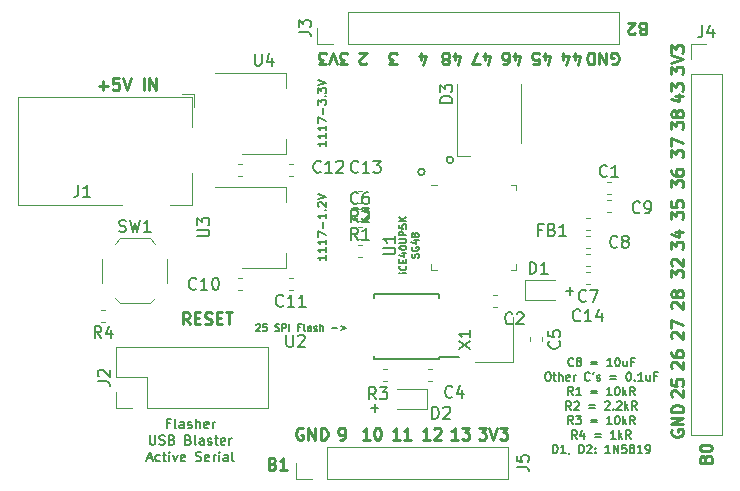
<source format=gbr>
%TF.GenerationSoftware,KiCad,Pcbnew,5.0.2*%
%TF.CreationDate,2019-02-13T10:06:58+08:00*%
%TF.ProjectId,ice40up5k-qfn48,69636534-3075-4703-956b-2d71666e3438,rev?*%
%TF.SameCoordinates,Original*%
%TF.FileFunction,Legend,Top*%
%TF.FilePolarity,Positive*%
%FSLAX46Y46*%
G04 Gerber Fmt 4.6, Leading zero omitted, Abs format (unit mm)*
G04 Created by KiCad (PCBNEW 5.0.2) date 2019年02月13日 星期三 10时06分58秒*
%MOMM*%
%LPD*%
G01*
G04 APERTURE LIST*
%ADD10C,0.150000*%
%ADD11C,0.175000*%
%ADD12C,0.200000*%
%ADD13C,0.250000*%
%ADD14C,0.120000*%
G04 APERTURE END LIST*
D10*
X113660714Y-66911571D02*
X113689285Y-66883000D01*
X113746428Y-66854428D01*
X113889285Y-66854428D01*
X113946428Y-66883000D01*
X113975000Y-66911571D01*
X114003571Y-66968714D01*
X114003571Y-67025857D01*
X113975000Y-67111571D01*
X113632142Y-67454428D01*
X114003571Y-67454428D01*
X114546428Y-66854428D02*
X114260714Y-66854428D01*
X114232142Y-67140142D01*
X114260714Y-67111571D01*
X114317857Y-67083000D01*
X114460714Y-67083000D01*
X114517857Y-67111571D01*
X114546428Y-67140142D01*
X114575000Y-67197285D01*
X114575000Y-67340142D01*
X114546428Y-67397285D01*
X114517857Y-67425857D01*
X114460714Y-67454428D01*
X114317857Y-67454428D01*
X114260714Y-67425857D01*
X114232142Y-67397285D01*
X115260714Y-67425857D02*
X115346428Y-67454428D01*
X115489285Y-67454428D01*
X115546428Y-67425857D01*
X115575000Y-67397285D01*
X115603571Y-67340142D01*
X115603571Y-67283000D01*
X115575000Y-67225857D01*
X115546428Y-67197285D01*
X115489285Y-67168714D01*
X115375000Y-67140142D01*
X115317857Y-67111571D01*
X115289285Y-67083000D01*
X115260714Y-67025857D01*
X115260714Y-66968714D01*
X115289285Y-66911571D01*
X115317857Y-66883000D01*
X115375000Y-66854428D01*
X115517857Y-66854428D01*
X115603571Y-66883000D01*
X115860714Y-67454428D02*
X115860714Y-66854428D01*
X116089285Y-66854428D01*
X116146428Y-66883000D01*
X116175000Y-66911571D01*
X116203571Y-66968714D01*
X116203571Y-67054428D01*
X116175000Y-67111571D01*
X116146428Y-67140142D01*
X116089285Y-67168714D01*
X115860714Y-67168714D01*
X116460714Y-67454428D02*
X116460714Y-66854428D01*
X117403571Y-67140142D02*
X117203571Y-67140142D01*
X117203571Y-67454428D02*
X117203571Y-66854428D01*
X117489285Y-66854428D01*
X117803571Y-67454428D02*
X117746428Y-67425857D01*
X117717857Y-67368714D01*
X117717857Y-66854428D01*
X118289285Y-67454428D02*
X118289285Y-67140142D01*
X118260714Y-67083000D01*
X118203571Y-67054428D01*
X118089285Y-67054428D01*
X118032142Y-67083000D01*
X118289285Y-67425857D02*
X118232142Y-67454428D01*
X118089285Y-67454428D01*
X118032142Y-67425857D01*
X118003571Y-67368714D01*
X118003571Y-67311571D01*
X118032142Y-67254428D01*
X118089285Y-67225857D01*
X118232142Y-67225857D01*
X118289285Y-67197285D01*
X118546428Y-67425857D02*
X118603571Y-67454428D01*
X118717857Y-67454428D01*
X118775000Y-67425857D01*
X118803571Y-67368714D01*
X118803571Y-67340142D01*
X118775000Y-67283000D01*
X118717857Y-67254428D01*
X118632142Y-67254428D01*
X118575000Y-67225857D01*
X118546428Y-67168714D01*
X118546428Y-67140142D01*
X118575000Y-67083000D01*
X118632142Y-67054428D01*
X118717857Y-67054428D01*
X118775000Y-67083000D01*
X119060714Y-67454428D02*
X119060714Y-66854428D01*
X119317857Y-67454428D02*
X119317857Y-67140142D01*
X119289285Y-67083000D01*
X119232142Y-67054428D01*
X119146428Y-67054428D01*
X119089285Y-67083000D01*
X119060714Y-67111571D01*
X120060714Y-67225857D02*
X120517857Y-67225857D01*
X120803571Y-67054428D02*
X121260714Y-67225857D01*
X120803571Y-67397285D01*
X126365428Y-62540857D02*
X125965428Y-62540857D01*
X125765428Y-62540857D02*
X125794000Y-62569428D01*
X125822571Y-62540857D01*
X125794000Y-62512285D01*
X125765428Y-62540857D01*
X125822571Y-62540857D01*
X126308285Y-61912285D02*
X126336857Y-61940857D01*
X126365428Y-62026571D01*
X126365428Y-62083714D01*
X126336857Y-62169428D01*
X126279714Y-62226571D01*
X126222571Y-62255142D01*
X126108285Y-62283714D01*
X126022571Y-62283714D01*
X125908285Y-62255142D01*
X125851142Y-62226571D01*
X125794000Y-62169428D01*
X125765428Y-62083714D01*
X125765428Y-62026571D01*
X125794000Y-61940857D01*
X125822571Y-61912285D01*
X126051142Y-61655142D02*
X126051142Y-61455142D01*
X126365428Y-61369428D02*
X126365428Y-61655142D01*
X125765428Y-61655142D01*
X125765428Y-61369428D01*
X125965428Y-60855142D02*
X126365428Y-60855142D01*
X125736857Y-60998000D02*
X126165428Y-61140857D01*
X126165428Y-60769428D01*
X125765428Y-60426571D02*
X125765428Y-60369428D01*
X125794000Y-60312285D01*
X125822571Y-60283714D01*
X125879714Y-60255142D01*
X125994000Y-60226571D01*
X126136857Y-60226571D01*
X126251142Y-60255142D01*
X126308285Y-60283714D01*
X126336857Y-60312285D01*
X126365428Y-60369428D01*
X126365428Y-60426571D01*
X126336857Y-60483714D01*
X126308285Y-60512285D01*
X126251142Y-60540857D01*
X126136857Y-60569428D01*
X125994000Y-60569428D01*
X125879714Y-60540857D01*
X125822571Y-60512285D01*
X125794000Y-60483714D01*
X125765428Y-60426571D01*
X125765428Y-59969428D02*
X126251142Y-59969428D01*
X126308285Y-59940857D01*
X126336857Y-59912285D01*
X126365428Y-59855142D01*
X126365428Y-59740857D01*
X126336857Y-59683714D01*
X126308285Y-59655142D01*
X126251142Y-59626571D01*
X125765428Y-59626571D01*
X126365428Y-59340857D02*
X125765428Y-59340857D01*
X125765428Y-59112285D01*
X125794000Y-59055142D01*
X125822571Y-59026571D01*
X125879714Y-58998000D01*
X125965428Y-58998000D01*
X126022571Y-59026571D01*
X126051142Y-59055142D01*
X126079714Y-59112285D01*
X126079714Y-59340857D01*
X125765428Y-58455142D02*
X125765428Y-58740857D01*
X126051142Y-58769428D01*
X126022571Y-58740857D01*
X125994000Y-58683714D01*
X125994000Y-58540857D01*
X126022571Y-58483714D01*
X126051142Y-58455142D01*
X126108285Y-58426571D01*
X126251142Y-58426571D01*
X126308285Y-58455142D01*
X126336857Y-58483714D01*
X126365428Y-58540857D01*
X126365428Y-58683714D01*
X126336857Y-58740857D01*
X126308285Y-58769428D01*
X126365428Y-58169428D02*
X125765428Y-58169428D01*
X126365428Y-57826571D02*
X126022571Y-58083714D01*
X125765428Y-57826571D02*
X126108285Y-58169428D01*
X127386857Y-61240857D02*
X127415428Y-61155142D01*
X127415428Y-61012285D01*
X127386857Y-60955142D01*
X127358285Y-60926571D01*
X127301142Y-60898000D01*
X127244000Y-60898000D01*
X127186857Y-60926571D01*
X127158285Y-60955142D01*
X127129714Y-61012285D01*
X127101142Y-61126571D01*
X127072571Y-61183714D01*
X127044000Y-61212285D01*
X126986857Y-61240857D01*
X126929714Y-61240857D01*
X126872571Y-61212285D01*
X126844000Y-61183714D01*
X126815428Y-61126571D01*
X126815428Y-60983714D01*
X126844000Y-60898000D01*
X126844000Y-60326571D02*
X126815428Y-60383714D01*
X126815428Y-60469428D01*
X126844000Y-60555142D01*
X126901142Y-60612285D01*
X126958285Y-60640857D01*
X127072571Y-60669428D01*
X127158285Y-60669428D01*
X127272571Y-60640857D01*
X127329714Y-60612285D01*
X127386857Y-60555142D01*
X127415428Y-60469428D01*
X127415428Y-60412285D01*
X127386857Y-60326571D01*
X127358285Y-60298000D01*
X127158285Y-60298000D01*
X127158285Y-60412285D01*
X127015428Y-59783714D02*
X127415428Y-59783714D01*
X126786857Y-59926571D02*
X127215428Y-60069428D01*
X127215428Y-59698000D01*
X127072571Y-59383714D02*
X127044000Y-59440857D01*
X127015428Y-59469428D01*
X126958285Y-59498000D01*
X126929714Y-59498000D01*
X126872571Y-59469428D01*
X126844000Y-59440857D01*
X126815428Y-59383714D01*
X126815428Y-59269428D01*
X126844000Y-59212285D01*
X126872571Y-59183714D01*
X126929714Y-59155142D01*
X126958285Y-59155142D01*
X127015428Y-59183714D01*
X127044000Y-59212285D01*
X127072571Y-59269428D01*
X127072571Y-59383714D01*
X127101142Y-59440857D01*
X127129714Y-59469428D01*
X127186857Y-59498000D01*
X127301142Y-59498000D01*
X127358285Y-59469428D01*
X127386857Y-59440857D01*
X127415428Y-59383714D01*
X127415428Y-59269428D01*
X127386857Y-59212285D01*
X127358285Y-59183714D01*
X127301142Y-59155142D01*
X127186857Y-59155142D01*
X127129714Y-59183714D01*
X127101142Y-59212285D01*
X127072571Y-59269428D01*
D11*
X140508333Y-70362000D02*
X140475000Y-70395333D01*
X140375000Y-70428666D01*
X140308333Y-70428666D01*
X140208333Y-70395333D01*
X140141666Y-70328666D01*
X140108333Y-70262000D01*
X140075000Y-70128666D01*
X140075000Y-70028666D01*
X140108333Y-69895333D01*
X140141666Y-69828666D01*
X140208333Y-69762000D01*
X140308333Y-69728666D01*
X140375000Y-69728666D01*
X140475000Y-69762000D01*
X140508333Y-69795333D01*
X140908333Y-70028666D02*
X140841666Y-69995333D01*
X140808333Y-69962000D01*
X140775000Y-69895333D01*
X140775000Y-69862000D01*
X140808333Y-69795333D01*
X140841666Y-69762000D01*
X140908333Y-69728666D01*
X141041666Y-69728666D01*
X141108333Y-69762000D01*
X141141666Y-69795333D01*
X141175000Y-69862000D01*
X141175000Y-69895333D01*
X141141666Y-69962000D01*
X141108333Y-69995333D01*
X141041666Y-70028666D01*
X140908333Y-70028666D01*
X140841666Y-70062000D01*
X140808333Y-70095333D01*
X140775000Y-70162000D01*
X140775000Y-70295333D01*
X140808333Y-70362000D01*
X140841666Y-70395333D01*
X140908333Y-70428666D01*
X141041666Y-70428666D01*
X141108333Y-70395333D01*
X141141666Y-70362000D01*
X141175000Y-70295333D01*
X141175000Y-70162000D01*
X141141666Y-70095333D01*
X141108333Y-70062000D01*
X141041666Y-70028666D01*
X142008333Y-70062000D02*
X142541666Y-70062000D01*
X142541666Y-70262000D02*
X142008333Y-70262000D01*
X143775000Y-70428666D02*
X143375000Y-70428666D01*
X143575000Y-70428666D02*
X143575000Y-69728666D01*
X143508333Y-69828666D01*
X143441666Y-69895333D01*
X143375000Y-69928666D01*
X144208333Y-69728666D02*
X144275000Y-69728666D01*
X144341666Y-69762000D01*
X144375000Y-69795333D01*
X144408333Y-69862000D01*
X144441666Y-69995333D01*
X144441666Y-70162000D01*
X144408333Y-70295333D01*
X144375000Y-70362000D01*
X144341666Y-70395333D01*
X144275000Y-70428666D01*
X144208333Y-70428666D01*
X144141666Y-70395333D01*
X144108333Y-70362000D01*
X144075000Y-70295333D01*
X144041666Y-70162000D01*
X144041666Y-69995333D01*
X144075000Y-69862000D01*
X144108333Y-69795333D01*
X144141666Y-69762000D01*
X144208333Y-69728666D01*
X145041666Y-69962000D02*
X145041666Y-70428666D01*
X144741666Y-69962000D02*
X144741666Y-70328666D01*
X144775000Y-70395333D01*
X144841666Y-70428666D01*
X144941666Y-70428666D01*
X145008333Y-70395333D01*
X145041666Y-70362000D01*
X145608333Y-70062000D02*
X145375000Y-70062000D01*
X145375000Y-70428666D02*
X145375000Y-69728666D01*
X145708333Y-69728666D01*
X138291666Y-70953666D02*
X138425000Y-70953666D01*
X138491666Y-70987000D01*
X138558333Y-71053666D01*
X138591666Y-71187000D01*
X138591666Y-71420333D01*
X138558333Y-71553666D01*
X138491666Y-71620333D01*
X138425000Y-71653666D01*
X138291666Y-71653666D01*
X138225000Y-71620333D01*
X138158333Y-71553666D01*
X138125000Y-71420333D01*
X138125000Y-71187000D01*
X138158333Y-71053666D01*
X138225000Y-70987000D01*
X138291666Y-70953666D01*
X138791666Y-71187000D02*
X139058333Y-71187000D01*
X138891666Y-70953666D02*
X138891666Y-71553666D01*
X138925000Y-71620333D01*
X138991666Y-71653666D01*
X139058333Y-71653666D01*
X139291666Y-71653666D02*
X139291666Y-70953666D01*
X139591666Y-71653666D02*
X139591666Y-71287000D01*
X139558333Y-71220333D01*
X139491666Y-71187000D01*
X139391666Y-71187000D01*
X139325000Y-71220333D01*
X139291666Y-71253666D01*
X140191666Y-71620333D02*
X140125000Y-71653666D01*
X139991666Y-71653666D01*
X139925000Y-71620333D01*
X139891666Y-71553666D01*
X139891666Y-71287000D01*
X139925000Y-71220333D01*
X139991666Y-71187000D01*
X140125000Y-71187000D01*
X140191666Y-71220333D01*
X140225000Y-71287000D01*
X140225000Y-71353666D01*
X139891666Y-71420333D01*
X140525000Y-71653666D02*
X140525000Y-71187000D01*
X140525000Y-71320333D02*
X140558333Y-71253666D01*
X140591666Y-71220333D01*
X140658333Y-71187000D01*
X140725000Y-71187000D01*
X141891666Y-71587000D02*
X141858333Y-71620333D01*
X141758333Y-71653666D01*
X141691666Y-71653666D01*
X141591666Y-71620333D01*
X141525000Y-71553666D01*
X141491666Y-71487000D01*
X141458333Y-71353666D01*
X141458333Y-71253666D01*
X141491666Y-71120333D01*
X141525000Y-71053666D01*
X141591666Y-70987000D01*
X141691666Y-70953666D01*
X141758333Y-70953666D01*
X141858333Y-70987000D01*
X141891666Y-71020333D01*
X142225000Y-70953666D02*
X142158333Y-71087000D01*
X142491666Y-71620333D02*
X142558333Y-71653666D01*
X142691666Y-71653666D01*
X142758333Y-71620333D01*
X142791666Y-71553666D01*
X142791666Y-71520333D01*
X142758333Y-71453666D01*
X142691666Y-71420333D01*
X142591666Y-71420333D01*
X142525000Y-71387000D01*
X142491666Y-71320333D01*
X142491666Y-71287000D01*
X142525000Y-71220333D01*
X142591666Y-71187000D01*
X142691666Y-71187000D01*
X142758333Y-71220333D01*
X143625000Y-71287000D02*
X144158333Y-71287000D01*
X144158333Y-71487000D02*
X143625000Y-71487000D01*
X145158333Y-70953666D02*
X145225000Y-70953666D01*
X145291666Y-70987000D01*
X145325000Y-71020333D01*
X145358333Y-71087000D01*
X145391666Y-71220333D01*
X145391666Y-71387000D01*
X145358333Y-71520333D01*
X145325000Y-71587000D01*
X145291666Y-71620333D01*
X145225000Y-71653666D01*
X145158333Y-71653666D01*
X145091666Y-71620333D01*
X145058333Y-71587000D01*
X145025000Y-71520333D01*
X144991666Y-71387000D01*
X144991666Y-71220333D01*
X145025000Y-71087000D01*
X145058333Y-71020333D01*
X145091666Y-70987000D01*
X145158333Y-70953666D01*
X145691666Y-71587000D02*
X145725000Y-71620333D01*
X145691666Y-71653666D01*
X145658333Y-71620333D01*
X145691666Y-71587000D01*
X145691666Y-71653666D01*
X146391666Y-71653666D02*
X145991666Y-71653666D01*
X146191666Y-71653666D02*
X146191666Y-70953666D01*
X146125000Y-71053666D01*
X146058333Y-71120333D01*
X145991666Y-71153666D01*
X146991666Y-71187000D02*
X146991666Y-71653666D01*
X146691666Y-71187000D02*
X146691666Y-71553666D01*
X146725000Y-71620333D01*
X146791666Y-71653666D01*
X146891666Y-71653666D01*
X146958333Y-71620333D01*
X146991666Y-71587000D01*
X147558333Y-71287000D02*
X147325000Y-71287000D01*
X147325000Y-71653666D02*
X147325000Y-70953666D01*
X147658333Y-70953666D01*
X140491666Y-72878666D02*
X140258333Y-72545333D01*
X140091666Y-72878666D02*
X140091666Y-72178666D01*
X140358333Y-72178666D01*
X140425000Y-72212000D01*
X140458333Y-72245333D01*
X140491666Y-72312000D01*
X140491666Y-72412000D01*
X140458333Y-72478666D01*
X140425000Y-72512000D01*
X140358333Y-72545333D01*
X140091666Y-72545333D01*
X141158333Y-72878666D02*
X140758333Y-72878666D01*
X140958333Y-72878666D02*
X140958333Y-72178666D01*
X140891666Y-72278666D01*
X140825000Y-72345333D01*
X140758333Y-72378666D01*
X141991666Y-72512000D02*
X142525000Y-72512000D01*
X142525000Y-72712000D02*
X141991666Y-72712000D01*
X143758333Y-72878666D02*
X143358333Y-72878666D01*
X143558333Y-72878666D02*
X143558333Y-72178666D01*
X143491666Y-72278666D01*
X143425000Y-72345333D01*
X143358333Y-72378666D01*
X144191666Y-72178666D02*
X144258333Y-72178666D01*
X144325000Y-72212000D01*
X144358333Y-72245333D01*
X144391666Y-72312000D01*
X144425000Y-72445333D01*
X144425000Y-72612000D01*
X144391666Y-72745333D01*
X144358333Y-72812000D01*
X144325000Y-72845333D01*
X144258333Y-72878666D01*
X144191666Y-72878666D01*
X144125000Y-72845333D01*
X144091666Y-72812000D01*
X144058333Y-72745333D01*
X144025000Y-72612000D01*
X144025000Y-72445333D01*
X144058333Y-72312000D01*
X144091666Y-72245333D01*
X144125000Y-72212000D01*
X144191666Y-72178666D01*
X144725000Y-72878666D02*
X144725000Y-72178666D01*
X144791666Y-72612000D02*
X144991666Y-72878666D01*
X144991666Y-72412000D02*
X144725000Y-72678666D01*
X145691666Y-72878666D02*
X145458333Y-72545333D01*
X145291666Y-72878666D02*
X145291666Y-72178666D01*
X145558333Y-72178666D01*
X145625000Y-72212000D01*
X145658333Y-72245333D01*
X145691666Y-72312000D01*
X145691666Y-72412000D01*
X145658333Y-72478666D01*
X145625000Y-72512000D01*
X145558333Y-72545333D01*
X145291666Y-72545333D01*
X140325000Y-74103666D02*
X140091666Y-73770333D01*
X139925000Y-74103666D02*
X139925000Y-73403666D01*
X140191666Y-73403666D01*
X140258333Y-73437000D01*
X140291666Y-73470333D01*
X140325000Y-73537000D01*
X140325000Y-73637000D01*
X140291666Y-73703666D01*
X140258333Y-73737000D01*
X140191666Y-73770333D01*
X139925000Y-73770333D01*
X140591666Y-73470333D02*
X140625000Y-73437000D01*
X140691666Y-73403666D01*
X140858333Y-73403666D01*
X140925000Y-73437000D01*
X140958333Y-73470333D01*
X140991666Y-73537000D01*
X140991666Y-73603666D01*
X140958333Y-73703666D01*
X140558333Y-74103666D01*
X140991666Y-74103666D01*
X141825000Y-73737000D02*
X142358333Y-73737000D01*
X142358333Y-73937000D02*
X141825000Y-73937000D01*
X143191666Y-73470333D02*
X143225000Y-73437000D01*
X143291666Y-73403666D01*
X143458333Y-73403666D01*
X143525000Y-73437000D01*
X143558333Y-73470333D01*
X143591666Y-73537000D01*
X143591666Y-73603666D01*
X143558333Y-73703666D01*
X143158333Y-74103666D01*
X143591666Y-74103666D01*
X143891666Y-74037000D02*
X143925000Y-74070333D01*
X143891666Y-74103666D01*
X143858333Y-74070333D01*
X143891666Y-74037000D01*
X143891666Y-74103666D01*
X144191666Y-73470333D02*
X144225000Y-73437000D01*
X144291666Y-73403666D01*
X144458333Y-73403666D01*
X144525000Y-73437000D01*
X144558333Y-73470333D01*
X144591666Y-73537000D01*
X144591666Y-73603666D01*
X144558333Y-73703666D01*
X144158333Y-74103666D01*
X144591666Y-74103666D01*
X144891666Y-74103666D02*
X144891666Y-73403666D01*
X144958333Y-73837000D02*
X145158333Y-74103666D01*
X145158333Y-73637000D02*
X144891666Y-73903666D01*
X145858333Y-74103666D02*
X145625000Y-73770333D01*
X145458333Y-74103666D02*
X145458333Y-73403666D01*
X145725000Y-73403666D01*
X145791666Y-73437000D01*
X145825000Y-73470333D01*
X145858333Y-73537000D01*
X145858333Y-73637000D01*
X145825000Y-73703666D01*
X145791666Y-73737000D01*
X145725000Y-73770333D01*
X145458333Y-73770333D01*
X140491666Y-75328666D02*
X140258333Y-74995333D01*
X140091666Y-75328666D02*
X140091666Y-74628666D01*
X140358333Y-74628666D01*
X140425000Y-74662000D01*
X140458333Y-74695333D01*
X140491666Y-74762000D01*
X140491666Y-74862000D01*
X140458333Y-74928666D01*
X140425000Y-74962000D01*
X140358333Y-74995333D01*
X140091666Y-74995333D01*
X140725000Y-74628666D02*
X141158333Y-74628666D01*
X140925000Y-74895333D01*
X141025000Y-74895333D01*
X141091666Y-74928666D01*
X141125000Y-74962000D01*
X141158333Y-75028666D01*
X141158333Y-75195333D01*
X141125000Y-75262000D01*
X141091666Y-75295333D01*
X141025000Y-75328666D01*
X140825000Y-75328666D01*
X140758333Y-75295333D01*
X140725000Y-75262000D01*
X141991666Y-74962000D02*
X142525000Y-74962000D01*
X142525000Y-75162000D02*
X141991666Y-75162000D01*
X143758333Y-75328666D02*
X143358333Y-75328666D01*
X143558333Y-75328666D02*
X143558333Y-74628666D01*
X143491666Y-74728666D01*
X143425000Y-74795333D01*
X143358333Y-74828666D01*
X144191666Y-74628666D02*
X144258333Y-74628666D01*
X144325000Y-74662000D01*
X144358333Y-74695333D01*
X144391666Y-74762000D01*
X144425000Y-74895333D01*
X144425000Y-75062000D01*
X144391666Y-75195333D01*
X144358333Y-75262000D01*
X144325000Y-75295333D01*
X144258333Y-75328666D01*
X144191666Y-75328666D01*
X144125000Y-75295333D01*
X144091666Y-75262000D01*
X144058333Y-75195333D01*
X144025000Y-75062000D01*
X144025000Y-74895333D01*
X144058333Y-74762000D01*
X144091666Y-74695333D01*
X144125000Y-74662000D01*
X144191666Y-74628666D01*
X144725000Y-75328666D02*
X144725000Y-74628666D01*
X144791666Y-75062000D02*
X144991666Y-75328666D01*
X144991666Y-74862000D02*
X144725000Y-75128666D01*
X145691666Y-75328666D02*
X145458333Y-74995333D01*
X145291666Y-75328666D02*
X145291666Y-74628666D01*
X145558333Y-74628666D01*
X145625000Y-74662000D01*
X145658333Y-74695333D01*
X145691666Y-74762000D01*
X145691666Y-74862000D01*
X145658333Y-74928666D01*
X145625000Y-74962000D01*
X145558333Y-74995333D01*
X145291666Y-74995333D01*
X140825000Y-76553666D02*
X140591666Y-76220333D01*
X140425000Y-76553666D02*
X140425000Y-75853666D01*
X140691666Y-75853666D01*
X140758333Y-75887000D01*
X140791666Y-75920333D01*
X140825000Y-75987000D01*
X140825000Y-76087000D01*
X140791666Y-76153666D01*
X140758333Y-76187000D01*
X140691666Y-76220333D01*
X140425000Y-76220333D01*
X141425000Y-76087000D02*
X141425000Y-76553666D01*
X141258333Y-75820333D02*
X141091666Y-76320333D01*
X141525000Y-76320333D01*
X142325000Y-76187000D02*
X142858333Y-76187000D01*
X142858333Y-76387000D02*
X142325000Y-76387000D01*
X144091666Y-76553666D02*
X143691666Y-76553666D01*
X143891666Y-76553666D02*
X143891666Y-75853666D01*
X143825000Y-75953666D01*
X143758333Y-76020333D01*
X143691666Y-76053666D01*
X144391666Y-76553666D02*
X144391666Y-75853666D01*
X144458333Y-76287000D02*
X144658333Y-76553666D01*
X144658333Y-76087000D02*
X144391666Y-76353666D01*
X145358333Y-76553666D02*
X145125000Y-76220333D01*
X144958333Y-76553666D02*
X144958333Y-75853666D01*
X145225000Y-75853666D01*
X145291666Y-75887000D01*
X145325000Y-75920333D01*
X145358333Y-75987000D01*
X145358333Y-76087000D01*
X145325000Y-76153666D01*
X145291666Y-76187000D01*
X145225000Y-76220333D01*
X144958333Y-76220333D01*
X138775000Y-77778666D02*
X138775000Y-77078666D01*
X138941666Y-77078666D01*
X139041666Y-77112000D01*
X139108333Y-77178666D01*
X139141666Y-77245333D01*
X139175000Y-77378666D01*
X139175000Y-77478666D01*
X139141666Y-77612000D01*
X139108333Y-77678666D01*
X139041666Y-77745333D01*
X138941666Y-77778666D01*
X138775000Y-77778666D01*
X139841666Y-77778666D02*
X139441666Y-77778666D01*
X139641666Y-77778666D02*
X139641666Y-77078666D01*
X139575000Y-77178666D01*
X139508333Y-77245333D01*
X139441666Y-77278666D01*
X140175000Y-77745333D02*
X140175000Y-77778666D01*
X140141666Y-77845333D01*
X140108333Y-77878666D01*
X141008333Y-77778666D02*
X141008333Y-77078666D01*
X141175000Y-77078666D01*
X141275000Y-77112000D01*
X141341666Y-77178666D01*
X141375000Y-77245333D01*
X141408333Y-77378666D01*
X141408333Y-77478666D01*
X141375000Y-77612000D01*
X141341666Y-77678666D01*
X141275000Y-77745333D01*
X141175000Y-77778666D01*
X141008333Y-77778666D01*
X141675000Y-77145333D02*
X141708333Y-77112000D01*
X141775000Y-77078666D01*
X141941666Y-77078666D01*
X142008333Y-77112000D01*
X142041666Y-77145333D01*
X142075000Y-77212000D01*
X142075000Y-77278666D01*
X142041666Y-77378666D01*
X141641666Y-77778666D01*
X142075000Y-77778666D01*
X142375000Y-77712000D02*
X142408333Y-77745333D01*
X142375000Y-77778666D01*
X142341666Y-77745333D01*
X142375000Y-77712000D01*
X142375000Y-77778666D01*
X142375000Y-77345333D02*
X142408333Y-77378666D01*
X142375000Y-77412000D01*
X142341666Y-77378666D01*
X142375000Y-77345333D01*
X142375000Y-77412000D01*
X143608333Y-77778666D02*
X143208333Y-77778666D01*
X143408333Y-77778666D02*
X143408333Y-77078666D01*
X143341666Y-77178666D01*
X143275000Y-77245333D01*
X143208333Y-77278666D01*
X143908333Y-77778666D02*
X143908333Y-77078666D01*
X144308333Y-77778666D01*
X144308333Y-77078666D01*
X144975000Y-77078666D02*
X144641666Y-77078666D01*
X144608333Y-77412000D01*
X144641666Y-77378666D01*
X144708333Y-77345333D01*
X144875000Y-77345333D01*
X144941666Y-77378666D01*
X144975000Y-77412000D01*
X145008333Y-77478666D01*
X145008333Y-77645333D01*
X144975000Y-77712000D01*
X144941666Y-77745333D01*
X144875000Y-77778666D01*
X144708333Y-77778666D01*
X144641666Y-77745333D01*
X144608333Y-77712000D01*
X145408333Y-77378666D02*
X145341666Y-77345333D01*
X145308333Y-77312000D01*
X145275000Y-77245333D01*
X145275000Y-77212000D01*
X145308333Y-77145333D01*
X145341666Y-77112000D01*
X145408333Y-77078666D01*
X145541666Y-77078666D01*
X145608333Y-77112000D01*
X145641666Y-77145333D01*
X145675000Y-77212000D01*
X145675000Y-77245333D01*
X145641666Y-77312000D01*
X145608333Y-77345333D01*
X145541666Y-77378666D01*
X145408333Y-77378666D01*
X145341666Y-77412000D01*
X145308333Y-77445333D01*
X145275000Y-77512000D01*
X145275000Y-77645333D01*
X145308333Y-77712000D01*
X145341666Y-77745333D01*
X145408333Y-77778666D01*
X145541666Y-77778666D01*
X145608333Y-77745333D01*
X145641666Y-77712000D01*
X145675000Y-77645333D01*
X145675000Y-77512000D01*
X145641666Y-77445333D01*
X145608333Y-77412000D01*
X145541666Y-77378666D01*
X146341666Y-77778666D02*
X145941666Y-77778666D01*
X146141666Y-77778666D02*
X146141666Y-77078666D01*
X146075000Y-77178666D01*
X146008333Y-77245333D01*
X145941666Y-77278666D01*
X146675000Y-77778666D02*
X146808333Y-77778666D01*
X146875000Y-77745333D01*
X146908333Y-77712000D01*
X146975000Y-77612000D01*
X147008333Y-77478666D01*
X147008333Y-77212000D01*
X146975000Y-77145333D01*
X146941666Y-77112000D01*
X146875000Y-77078666D01*
X146741666Y-77078666D01*
X146675000Y-77112000D01*
X146641666Y-77145333D01*
X146608333Y-77212000D01*
X146608333Y-77378666D01*
X146641666Y-77445333D01*
X146675000Y-77478666D01*
X146741666Y-77512000D01*
X146875000Y-77512000D01*
X146941666Y-77478666D01*
X146975000Y-77445333D01*
X147008333Y-77378666D01*
X119569666Y-61040666D02*
X119569666Y-61440666D01*
X119569666Y-61240666D02*
X118869666Y-61240666D01*
X118969666Y-61307333D01*
X119036333Y-61374000D01*
X119069666Y-61440666D01*
X119569666Y-60374000D02*
X119569666Y-60774000D01*
X119569666Y-60574000D02*
X118869666Y-60574000D01*
X118969666Y-60640666D01*
X119036333Y-60707333D01*
X119069666Y-60774000D01*
X119569666Y-59707333D02*
X119569666Y-60107333D01*
X119569666Y-59907333D02*
X118869666Y-59907333D01*
X118969666Y-59974000D01*
X119036333Y-60040666D01*
X119069666Y-60107333D01*
X118869666Y-59474000D02*
X118869666Y-59007333D01*
X119569666Y-59307333D01*
X119303000Y-58740666D02*
X119303000Y-58207333D01*
X119569666Y-57507333D02*
X119569666Y-57907333D01*
X119569666Y-57707333D02*
X118869666Y-57707333D01*
X118969666Y-57774000D01*
X119036333Y-57840666D01*
X119069666Y-57907333D01*
X119503000Y-57207333D02*
X119536333Y-57174000D01*
X119569666Y-57207333D01*
X119536333Y-57240666D01*
X119503000Y-57207333D01*
X119569666Y-57207333D01*
X118936333Y-56907333D02*
X118903000Y-56874000D01*
X118869666Y-56807333D01*
X118869666Y-56640666D01*
X118903000Y-56574000D01*
X118936333Y-56540666D01*
X119003000Y-56507333D01*
X119069666Y-56507333D01*
X119169666Y-56540666D01*
X119569666Y-56940666D01*
X119569666Y-56507333D01*
X118869666Y-56307333D02*
X119569666Y-56074000D01*
X118869666Y-55840666D01*
X119569666Y-51388666D02*
X119569666Y-51788666D01*
X119569666Y-51588666D02*
X118869666Y-51588666D01*
X118969666Y-51655333D01*
X119036333Y-51722000D01*
X119069666Y-51788666D01*
X119569666Y-50722000D02*
X119569666Y-51122000D01*
X119569666Y-50922000D02*
X118869666Y-50922000D01*
X118969666Y-50988666D01*
X119036333Y-51055333D01*
X119069666Y-51122000D01*
X119569666Y-50055333D02*
X119569666Y-50455333D01*
X119569666Y-50255333D02*
X118869666Y-50255333D01*
X118969666Y-50322000D01*
X119036333Y-50388666D01*
X119069666Y-50455333D01*
X118869666Y-49822000D02*
X118869666Y-49355333D01*
X119569666Y-49655333D01*
X119303000Y-49088666D02*
X119303000Y-48555333D01*
X118869666Y-48288666D02*
X118869666Y-47855333D01*
X119136333Y-48088666D01*
X119136333Y-47988666D01*
X119169666Y-47922000D01*
X119203000Y-47888666D01*
X119269666Y-47855333D01*
X119436333Y-47855333D01*
X119503000Y-47888666D01*
X119536333Y-47922000D01*
X119569666Y-47988666D01*
X119569666Y-48188666D01*
X119536333Y-48255333D01*
X119503000Y-48288666D01*
X119503000Y-47555333D02*
X119536333Y-47522000D01*
X119569666Y-47555333D01*
X119536333Y-47588666D01*
X119503000Y-47555333D01*
X119569666Y-47555333D01*
X118869666Y-47288666D02*
X118869666Y-46855333D01*
X119136333Y-47088666D01*
X119136333Y-46988666D01*
X119169666Y-46922000D01*
X119203000Y-46888666D01*
X119269666Y-46855333D01*
X119436333Y-46855333D01*
X119503000Y-46888666D01*
X119536333Y-46922000D01*
X119569666Y-46988666D01*
X119569666Y-47188666D01*
X119536333Y-47255333D01*
X119503000Y-47288666D01*
X118869666Y-46655333D02*
X119569666Y-46422000D01*
X118869666Y-46188666D01*
D12*
X127918981Y-53975000D02*
G75*
G03X127918981Y-53975000I-283981J0D01*
G01*
D13*
X100314428Y-46680428D02*
X101076333Y-46680428D01*
X100695380Y-47061380D02*
X100695380Y-46299476D01*
X102028714Y-46061380D02*
X101552523Y-46061380D01*
X101504904Y-46537571D01*
X101552523Y-46489952D01*
X101647761Y-46442333D01*
X101885857Y-46442333D01*
X101981095Y-46489952D01*
X102028714Y-46537571D01*
X102076333Y-46632809D01*
X102076333Y-46870904D01*
X102028714Y-46966142D01*
X101981095Y-47013761D01*
X101885857Y-47061380D01*
X101647761Y-47061380D01*
X101552523Y-47013761D01*
X101504904Y-46966142D01*
X102362047Y-46061380D02*
X102695380Y-47061380D01*
X103028714Y-46061380D01*
X104123952Y-47061380D02*
X104123952Y-46061380D01*
X104600142Y-47061380D02*
X104600142Y-46061380D01*
X105171571Y-47061380D01*
X105171571Y-46061380D01*
D12*
X106343666Y-75250857D02*
X106077000Y-75250857D01*
X106077000Y-75669904D02*
X106077000Y-74869904D01*
X106457952Y-74869904D01*
X106877000Y-75669904D02*
X106800809Y-75631809D01*
X106762714Y-75555619D01*
X106762714Y-74869904D01*
X107524619Y-75669904D02*
X107524619Y-75250857D01*
X107486523Y-75174666D01*
X107410333Y-75136571D01*
X107257952Y-75136571D01*
X107181761Y-75174666D01*
X107524619Y-75631809D02*
X107448428Y-75669904D01*
X107257952Y-75669904D01*
X107181761Y-75631809D01*
X107143666Y-75555619D01*
X107143666Y-75479428D01*
X107181761Y-75403238D01*
X107257952Y-75365142D01*
X107448428Y-75365142D01*
X107524619Y-75327047D01*
X107867476Y-75631809D02*
X107943666Y-75669904D01*
X108096047Y-75669904D01*
X108172238Y-75631809D01*
X108210333Y-75555619D01*
X108210333Y-75517523D01*
X108172238Y-75441333D01*
X108096047Y-75403238D01*
X107981761Y-75403238D01*
X107905571Y-75365142D01*
X107867476Y-75288952D01*
X107867476Y-75250857D01*
X107905571Y-75174666D01*
X107981761Y-75136571D01*
X108096047Y-75136571D01*
X108172238Y-75174666D01*
X108553190Y-75669904D02*
X108553190Y-74869904D01*
X108896047Y-75669904D02*
X108896047Y-75250857D01*
X108857952Y-75174666D01*
X108781761Y-75136571D01*
X108667476Y-75136571D01*
X108591285Y-75174666D01*
X108553190Y-75212761D01*
X109581761Y-75631809D02*
X109505571Y-75669904D01*
X109353190Y-75669904D01*
X109277000Y-75631809D01*
X109238904Y-75555619D01*
X109238904Y-75250857D01*
X109277000Y-75174666D01*
X109353190Y-75136571D01*
X109505571Y-75136571D01*
X109581761Y-75174666D01*
X109619857Y-75250857D01*
X109619857Y-75327047D01*
X109238904Y-75403238D01*
X109962714Y-75669904D02*
X109962714Y-75136571D01*
X109962714Y-75288952D02*
X110000809Y-75212761D01*
X110038904Y-75174666D01*
X110115095Y-75136571D01*
X110191285Y-75136571D01*
X104648428Y-76269904D02*
X104648428Y-76917523D01*
X104686523Y-76993714D01*
X104724619Y-77031809D01*
X104800809Y-77069904D01*
X104953190Y-77069904D01*
X105029380Y-77031809D01*
X105067476Y-76993714D01*
X105105571Y-76917523D01*
X105105571Y-76269904D01*
X105448428Y-77031809D02*
X105562714Y-77069904D01*
X105753190Y-77069904D01*
X105829380Y-77031809D01*
X105867476Y-76993714D01*
X105905571Y-76917523D01*
X105905571Y-76841333D01*
X105867476Y-76765142D01*
X105829380Y-76727047D01*
X105753190Y-76688952D01*
X105600809Y-76650857D01*
X105524619Y-76612761D01*
X105486523Y-76574666D01*
X105448428Y-76498476D01*
X105448428Y-76422285D01*
X105486523Y-76346095D01*
X105524619Y-76308000D01*
X105600809Y-76269904D01*
X105791285Y-76269904D01*
X105905571Y-76308000D01*
X106515095Y-76650857D02*
X106629380Y-76688952D01*
X106667476Y-76727047D01*
X106705571Y-76803238D01*
X106705571Y-76917523D01*
X106667476Y-76993714D01*
X106629380Y-77031809D01*
X106553190Y-77069904D01*
X106248428Y-77069904D01*
X106248428Y-76269904D01*
X106515095Y-76269904D01*
X106591285Y-76308000D01*
X106629380Y-76346095D01*
X106667476Y-76422285D01*
X106667476Y-76498476D01*
X106629380Y-76574666D01*
X106591285Y-76612761D01*
X106515095Y-76650857D01*
X106248428Y-76650857D01*
X107924619Y-76650857D02*
X108038904Y-76688952D01*
X108077000Y-76727047D01*
X108115095Y-76803238D01*
X108115095Y-76917523D01*
X108077000Y-76993714D01*
X108038904Y-77031809D01*
X107962714Y-77069904D01*
X107657952Y-77069904D01*
X107657952Y-76269904D01*
X107924619Y-76269904D01*
X108000809Y-76308000D01*
X108038904Y-76346095D01*
X108077000Y-76422285D01*
X108077000Y-76498476D01*
X108038904Y-76574666D01*
X108000809Y-76612761D01*
X107924619Y-76650857D01*
X107657952Y-76650857D01*
X108572238Y-77069904D02*
X108496047Y-77031809D01*
X108457952Y-76955619D01*
X108457952Y-76269904D01*
X109219857Y-77069904D02*
X109219857Y-76650857D01*
X109181761Y-76574666D01*
X109105571Y-76536571D01*
X108953190Y-76536571D01*
X108877000Y-76574666D01*
X109219857Y-77031809D02*
X109143666Y-77069904D01*
X108953190Y-77069904D01*
X108877000Y-77031809D01*
X108838904Y-76955619D01*
X108838904Y-76879428D01*
X108877000Y-76803238D01*
X108953190Y-76765142D01*
X109143666Y-76765142D01*
X109219857Y-76727047D01*
X109562714Y-77031809D02*
X109638904Y-77069904D01*
X109791285Y-77069904D01*
X109867476Y-77031809D01*
X109905571Y-76955619D01*
X109905571Y-76917523D01*
X109867476Y-76841333D01*
X109791285Y-76803238D01*
X109677000Y-76803238D01*
X109600809Y-76765142D01*
X109562714Y-76688952D01*
X109562714Y-76650857D01*
X109600809Y-76574666D01*
X109677000Y-76536571D01*
X109791285Y-76536571D01*
X109867476Y-76574666D01*
X110134142Y-76536571D02*
X110438904Y-76536571D01*
X110248428Y-76269904D02*
X110248428Y-76955619D01*
X110286523Y-77031809D01*
X110362714Y-77069904D01*
X110438904Y-77069904D01*
X111010333Y-77031809D02*
X110934142Y-77069904D01*
X110781761Y-77069904D01*
X110705571Y-77031809D01*
X110667476Y-76955619D01*
X110667476Y-76650857D01*
X110705571Y-76574666D01*
X110781761Y-76536571D01*
X110934142Y-76536571D01*
X111010333Y-76574666D01*
X111048428Y-76650857D01*
X111048428Y-76727047D01*
X110667476Y-76803238D01*
X111391285Y-77069904D02*
X111391285Y-76536571D01*
X111391285Y-76688952D02*
X111429380Y-76612761D01*
X111467476Y-76574666D01*
X111543666Y-76536571D01*
X111619857Y-76536571D01*
X104438904Y-78241333D02*
X104819857Y-78241333D01*
X104362714Y-78469904D02*
X104629380Y-77669904D01*
X104896047Y-78469904D01*
X105505571Y-78431809D02*
X105429380Y-78469904D01*
X105277000Y-78469904D01*
X105200809Y-78431809D01*
X105162714Y-78393714D01*
X105124619Y-78317523D01*
X105124619Y-78088952D01*
X105162714Y-78012761D01*
X105200809Y-77974666D01*
X105277000Y-77936571D01*
X105429380Y-77936571D01*
X105505571Y-77974666D01*
X105734142Y-77936571D02*
X106038904Y-77936571D01*
X105848428Y-77669904D02*
X105848428Y-78355619D01*
X105886523Y-78431809D01*
X105962714Y-78469904D01*
X106038904Y-78469904D01*
X106305571Y-78469904D02*
X106305571Y-77936571D01*
X106305571Y-77669904D02*
X106267476Y-77708000D01*
X106305571Y-77746095D01*
X106343666Y-77708000D01*
X106305571Y-77669904D01*
X106305571Y-77746095D01*
X106610333Y-77936571D02*
X106800809Y-78469904D01*
X106991285Y-77936571D01*
X107600809Y-78431809D02*
X107524619Y-78469904D01*
X107372238Y-78469904D01*
X107296047Y-78431809D01*
X107257952Y-78355619D01*
X107257952Y-78050857D01*
X107296047Y-77974666D01*
X107372238Y-77936571D01*
X107524619Y-77936571D01*
X107600809Y-77974666D01*
X107638904Y-78050857D01*
X107638904Y-78127047D01*
X107257952Y-78203238D01*
X108553190Y-78431809D02*
X108667476Y-78469904D01*
X108857952Y-78469904D01*
X108934142Y-78431809D01*
X108972238Y-78393714D01*
X109010333Y-78317523D01*
X109010333Y-78241333D01*
X108972238Y-78165142D01*
X108934142Y-78127047D01*
X108857952Y-78088952D01*
X108705571Y-78050857D01*
X108629380Y-78012761D01*
X108591285Y-77974666D01*
X108553190Y-77898476D01*
X108553190Y-77822285D01*
X108591285Y-77746095D01*
X108629380Y-77708000D01*
X108705571Y-77669904D01*
X108896047Y-77669904D01*
X109010333Y-77708000D01*
X109657952Y-78431809D02*
X109581761Y-78469904D01*
X109429380Y-78469904D01*
X109353190Y-78431809D01*
X109315095Y-78355619D01*
X109315095Y-78050857D01*
X109353190Y-77974666D01*
X109429380Y-77936571D01*
X109581761Y-77936571D01*
X109657952Y-77974666D01*
X109696047Y-78050857D01*
X109696047Y-78127047D01*
X109315095Y-78203238D01*
X110038904Y-78469904D02*
X110038904Y-77936571D01*
X110038904Y-78088952D02*
X110077000Y-78012761D01*
X110115095Y-77974666D01*
X110191285Y-77936571D01*
X110267476Y-77936571D01*
X110534142Y-78469904D02*
X110534142Y-77936571D01*
X110534142Y-77669904D02*
X110496047Y-77708000D01*
X110534142Y-77746095D01*
X110572238Y-77708000D01*
X110534142Y-77669904D01*
X110534142Y-77746095D01*
X111257952Y-78469904D02*
X111257952Y-78050857D01*
X111219857Y-77974666D01*
X111143666Y-77936571D01*
X110991285Y-77936571D01*
X110915095Y-77974666D01*
X111257952Y-78431809D02*
X111181761Y-78469904D01*
X110991285Y-78469904D01*
X110915095Y-78431809D01*
X110877000Y-78355619D01*
X110877000Y-78279428D01*
X110915095Y-78203238D01*
X110991285Y-78165142D01*
X111181761Y-78165142D01*
X111257952Y-78127047D01*
X111753190Y-78469904D02*
X111677000Y-78431809D01*
X111638904Y-78355619D01*
X111638904Y-77669904D01*
D13*
X108021619Y-66873380D02*
X107688285Y-66397190D01*
X107450190Y-66873380D02*
X107450190Y-65873380D01*
X107831142Y-65873380D01*
X107926380Y-65921000D01*
X107974000Y-65968619D01*
X108021619Y-66063857D01*
X108021619Y-66206714D01*
X107974000Y-66301952D01*
X107926380Y-66349571D01*
X107831142Y-66397190D01*
X107450190Y-66397190D01*
X108450190Y-66349571D02*
X108783523Y-66349571D01*
X108926380Y-66873380D02*
X108450190Y-66873380D01*
X108450190Y-65873380D01*
X108926380Y-65873380D01*
X109307333Y-66825761D02*
X109450190Y-66873380D01*
X109688285Y-66873380D01*
X109783523Y-66825761D01*
X109831142Y-66778142D01*
X109878761Y-66682904D01*
X109878761Y-66587666D01*
X109831142Y-66492428D01*
X109783523Y-66444809D01*
X109688285Y-66397190D01*
X109497809Y-66349571D01*
X109402571Y-66301952D01*
X109354952Y-66254333D01*
X109307333Y-66159095D01*
X109307333Y-66063857D01*
X109354952Y-65968619D01*
X109402571Y-65921000D01*
X109497809Y-65873380D01*
X109735904Y-65873380D01*
X109878761Y-65921000D01*
X110307333Y-66349571D02*
X110640666Y-66349571D01*
X110783523Y-66873380D02*
X110307333Y-66873380D01*
X110307333Y-65873380D01*
X110783523Y-65873380D01*
X111069238Y-65873380D02*
X111640666Y-65873380D01*
X111354952Y-66873380D02*
X111354952Y-65873380D01*
X115038238Y-78668571D02*
X115181095Y-78716190D01*
X115228714Y-78763809D01*
X115276333Y-78859047D01*
X115276333Y-79001904D01*
X115228714Y-79097142D01*
X115181095Y-79144761D01*
X115085857Y-79192380D01*
X114704904Y-79192380D01*
X114704904Y-78192380D01*
X115038238Y-78192380D01*
X115133476Y-78240000D01*
X115181095Y-78287619D01*
X115228714Y-78382857D01*
X115228714Y-78478095D01*
X115181095Y-78573333D01*
X115133476Y-78620952D01*
X115038238Y-78668571D01*
X114704904Y-78668571D01*
X116228714Y-79192380D02*
X115657285Y-79192380D01*
X115943000Y-79192380D02*
X115943000Y-78192380D01*
X115847761Y-78335238D01*
X115752523Y-78430476D01*
X115657285Y-78478095D01*
X132492904Y-75652380D02*
X133111952Y-75652380D01*
X132778619Y-76033333D01*
X132921476Y-76033333D01*
X133016714Y-76080952D01*
X133064333Y-76128571D01*
X133111952Y-76223809D01*
X133111952Y-76461904D01*
X133064333Y-76557142D01*
X133016714Y-76604761D01*
X132921476Y-76652380D01*
X132635761Y-76652380D01*
X132540523Y-76604761D01*
X132492904Y-76557142D01*
X133397666Y-75652380D02*
X133731000Y-76652380D01*
X134064333Y-75652380D01*
X134302428Y-75652380D02*
X134921476Y-75652380D01*
X134588142Y-76033333D01*
X134731000Y-76033333D01*
X134826238Y-76080952D01*
X134873857Y-76128571D01*
X134921476Y-76223809D01*
X134921476Y-76461904D01*
X134873857Y-76557142D01*
X134826238Y-76604761D01*
X134731000Y-76652380D01*
X134445285Y-76652380D01*
X134350047Y-76604761D01*
X134302428Y-76557142D01*
X130746523Y-76652380D02*
X130175095Y-76652380D01*
X130460809Y-76652380D02*
X130460809Y-75652380D01*
X130365571Y-75795238D01*
X130270333Y-75890476D01*
X130175095Y-75938095D01*
X131079857Y-75652380D02*
X131698904Y-75652380D01*
X131365571Y-76033333D01*
X131508428Y-76033333D01*
X131603666Y-76080952D01*
X131651285Y-76128571D01*
X131698904Y-76223809D01*
X131698904Y-76461904D01*
X131651285Y-76557142D01*
X131603666Y-76604761D01*
X131508428Y-76652380D01*
X131222714Y-76652380D01*
X131127476Y-76604761D01*
X131079857Y-76557142D01*
X128333523Y-76652380D02*
X127762095Y-76652380D01*
X128047809Y-76652380D02*
X128047809Y-75652380D01*
X127952571Y-75795238D01*
X127857333Y-75890476D01*
X127762095Y-75938095D01*
X128714476Y-75747619D02*
X128762095Y-75700000D01*
X128857333Y-75652380D01*
X129095428Y-75652380D01*
X129190666Y-75700000D01*
X129238285Y-75747619D01*
X129285904Y-75842857D01*
X129285904Y-75938095D01*
X129238285Y-76080952D01*
X128666857Y-76652380D01*
X129285904Y-76652380D01*
X125793523Y-76652380D02*
X125222095Y-76652380D01*
X125507809Y-76652380D02*
X125507809Y-75652380D01*
X125412571Y-75795238D01*
X125317333Y-75890476D01*
X125222095Y-75938095D01*
X126745904Y-76652380D02*
X126174476Y-76652380D01*
X126460190Y-76652380D02*
X126460190Y-75652380D01*
X126364952Y-75795238D01*
X126269714Y-75890476D01*
X126174476Y-75938095D01*
X123253523Y-76652380D02*
X122682095Y-76652380D01*
X122967809Y-76652380D02*
X122967809Y-75652380D01*
X122872571Y-75795238D01*
X122777333Y-75890476D01*
X122682095Y-75938095D01*
X123872571Y-75652380D02*
X123967809Y-75652380D01*
X124063047Y-75700000D01*
X124110666Y-75747619D01*
X124158285Y-75842857D01*
X124205904Y-76033333D01*
X124205904Y-76271428D01*
X124158285Y-76461904D01*
X124110666Y-76557142D01*
X124063047Y-76604761D01*
X123967809Y-76652380D01*
X123872571Y-76652380D01*
X123777333Y-76604761D01*
X123729714Y-76557142D01*
X123682095Y-76461904D01*
X123634476Y-76271428D01*
X123634476Y-76033333D01*
X123682095Y-75842857D01*
X123729714Y-75747619D01*
X123777333Y-75700000D01*
X123872571Y-75652380D01*
X120713523Y-76652380D02*
X120904000Y-76652380D01*
X120999238Y-76604761D01*
X121046857Y-76557142D01*
X121142095Y-76414285D01*
X121189714Y-76223809D01*
X121189714Y-75842857D01*
X121142095Y-75747619D01*
X121094476Y-75700000D01*
X120999238Y-75652380D01*
X120808761Y-75652380D01*
X120713523Y-75700000D01*
X120665904Y-75747619D01*
X120618285Y-75842857D01*
X120618285Y-76080952D01*
X120665904Y-76176190D01*
X120713523Y-76223809D01*
X120808761Y-76271428D01*
X120999238Y-76271428D01*
X121094476Y-76223809D01*
X121142095Y-76176190D01*
X121189714Y-76080952D01*
X117602095Y-75700000D02*
X117506857Y-75652380D01*
X117364000Y-75652380D01*
X117221142Y-75700000D01*
X117125904Y-75795238D01*
X117078285Y-75890476D01*
X117030666Y-76080952D01*
X117030666Y-76223809D01*
X117078285Y-76414285D01*
X117125904Y-76509523D01*
X117221142Y-76604761D01*
X117364000Y-76652380D01*
X117459238Y-76652380D01*
X117602095Y-76604761D01*
X117649714Y-76557142D01*
X117649714Y-76223809D01*
X117459238Y-76223809D01*
X118078285Y-76652380D02*
X118078285Y-75652380D01*
X118649714Y-76652380D01*
X118649714Y-75652380D01*
X119125904Y-76652380D02*
X119125904Y-75652380D01*
X119364000Y-75652380D01*
X119506857Y-75700000D01*
X119602095Y-75795238D01*
X119649714Y-75890476D01*
X119697333Y-76080952D01*
X119697333Y-76223809D01*
X119649714Y-76414285D01*
X119602095Y-76509523D01*
X119506857Y-76604761D01*
X119364000Y-76652380D01*
X119125904Y-76652380D01*
X151693571Y-78255761D02*
X151741190Y-78112904D01*
X151788809Y-78065285D01*
X151884047Y-78017666D01*
X152026904Y-78017666D01*
X152122142Y-78065285D01*
X152169761Y-78112904D01*
X152217380Y-78208142D01*
X152217380Y-78589095D01*
X151217380Y-78589095D01*
X151217380Y-78255761D01*
X151265000Y-78160523D01*
X151312619Y-78112904D01*
X151407857Y-78065285D01*
X151503095Y-78065285D01*
X151598333Y-78112904D01*
X151645952Y-78160523D01*
X151693571Y-78255761D01*
X151693571Y-78589095D01*
X151217380Y-77398619D02*
X151217380Y-77303380D01*
X151265000Y-77208142D01*
X151312619Y-77160523D01*
X151407857Y-77112904D01*
X151598333Y-77065285D01*
X151836428Y-77065285D01*
X152026904Y-77112904D01*
X152122142Y-77160523D01*
X152169761Y-77208142D01*
X152217380Y-77303380D01*
X152217380Y-77398619D01*
X152169761Y-77493857D01*
X152122142Y-77541476D01*
X152026904Y-77589095D01*
X151836428Y-77636714D01*
X151598333Y-77636714D01*
X151407857Y-77589095D01*
X151312619Y-77541476D01*
X151265000Y-77493857D01*
X151217380Y-77398619D01*
X148852000Y-75818904D02*
X148804380Y-75914142D01*
X148804380Y-76057000D01*
X148852000Y-76199857D01*
X148947238Y-76295095D01*
X149042476Y-76342714D01*
X149232952Y-76390333D01*
X149375809Y-76390333D01*
X149566285Y-76342714D01*
X149661523Y-76295095D01*
X149756761Y-76199857D01*
X149804380Y-76057000D01*
X149804380Y-75961761D01*
X149756761Y-75818904D01*
X149709142Y-75771285D01*
X149375809Y-75771285D01*
X149375809Y-75961761D01*
X149804380Y-75342714D02*
X148804380Y-75342714D01*
X149804380Y-74771285D01*
X148804380Y-74771285D01*
X149804380Y-74295095D02*
X148804380Y-74295095D01*
X148804380Y-74057000D01*
X148852000Y-73914142D01*
X148947238Y-73818904D01*
X149042476Y-73771285D01*
X149232952Y-73723666D01*
X149375809Y-73723666D01*
X149566285Y-73771285D01*
X149661523Y-73818904D01*
X149756761Y-73914142D01*
X149804380Y-74057000D01*
X149804380Y-74295095D01*
X148899619Y-73024904D02*
X148852000Y-72977285D01*
X148804380Y-72882047D01*
X148804380Y-72643952D01*
X148852000Y-72548714D01*
X148899619Y-72501095D01*
X148994857Y-72453476D01*
X149090095Y-72453476D01*
X149232952Y-72501095D01*
X149804380Y-73072523D01*
X149804380Y-72453476D01*
X148804380Y-71548714D02*
X148804380Y-72024904D01*
X149280571Y-72072523D01*
X149232952Y-72024904D01*
X149185333Y-71929666D01*
X149185333Y-71691571D01*
X149232952Y-71596333D01*
X149280571Y-71548714D01*
X149375809Y-71501095D01*
X149613904Y-71501095D01*
X149709142Y-71548714D01*
X149756761Y-71596333D01*
X149804380Y-71691571D01*
X149804380Y-71929666D01*
X149756761Y-72024904D01*
X149709142Y-72072523D01*
X148899619Y-70611904D02*
X148852000Y-70564285D01*
X148804380Y-70469047D01*
X148804380Y-70230952D01*
X148852000Y-70135714D01*
X148899619Y-70088095D01*
X148994857Y-70040476D01*
X149090095Y-70040476D01*
X149232952Y-70088095D01*
X149804380Y-70659523D01*
X149804380Y-70040476D01*
X148804380Y-69183333D02*
X148804380Y-69373809D01*
X148852000Y-69469047D01*
X148899619Y-69516666D01*
X149042476Y-69611904D01*
X149232952Y-69659523D01*
X149613904Y-69659523D01*
X149709142Y-69611904D01*
X149756761Y-69564285D01*
X149804380Y-69469047D01*
X149804380Y-69278571D01*
X149756761Y-69183333D01*
X149709142Y-69135714D01*
X149613904Y-69088095D01*
X149375809Y-69088095D01*
X149280571Y-69135714D01*
X149232952Y-69183333D01*
X149185333Y-69278571D01*
X149185333Y-69469047D01*
X149232952Y-69564285D01*
X149280571Y-69611904D01*
X149375809Y-69659523D01*
X148804380Y-62912523D02*
X148804380Y-62293476D01*
X149185333Y-62626809D01*
X149185333Y-62483952D01*
X149232952Y-62388714D01*
X149280571Y-62341095D01*
X149375809Y-62293476D01*
X149613904Y-62293476D01*
X149709142Y-62341095D01*
X149756761Y-62388714D01*
X149804380Y-62483952D01*
X149804380Y-62769666D01*
X149756761Y-62864904D01*
X149709142Y-62912523D01*
X148899619Y-61912523D02*
X148852000Y-61864904D01*
X148804380Y-61769666D01*
X148804380Y-61531571D01*
X148852000Y-61436333D01*
X148899619Y-61388714D01*
X148994857Y-61341095D01*
X149090095Y-61341095D01*
X149232952Y-61388714D01*
X149804380Y-61960142D01*
X149804380Y-61341095D01*
X148804380Y-60499523D02*
X148804380Y-59880476D01*
X149185333Y-60213809D01*
X149185333Y-60070952D01*
X149232952Y-59975714D01*
X149280571Y-59928095D01*
X149375809Y-59880476D01*
X149613904Y-59880476D01*
X149709142Y-59928095D01*
X149756761Y-59975714D01*
X149804380Y-60070952D01*
X149804380Y-60356666D01*
X149756761Y-60451904D01*
X149709142Y-60499523D01*
X149137714Y-59023333D02*
X149804380Y-59023333D01*
X148756761Y-59261428D02*
X149471047Y-59499523D01*
X149471047Y-58880476D01*
X148804380Y-57959523D02*
X148804380Y-57340476D01*
X149185333Y-57673809D01*
X149185333Y-57530952D01*
X149232952Y-57435714D01*
X149280571Y-57388095D01*
X149375809Y-57340476D01*
X149613904Y-57340476D01*
X149709142Y-57388095D01*
X149756761Y-57435714D01*
X149804380Y-57530952D01*
X149804380Y-57816666D01*
X149756761Y-57911904D01*
X149709142Y-57959523D01*
X148804380Y-56435714D02*
X148804380Y-56911904D01*
X149280571Y-56959523D01*
X149232952Y-56911904D01*
X149185333Y-56816666D01*
X149185333Y-56578571D01*
X149232952Y-56483333D01*
X149280571Y-56435714D01*
X149375809Y-56388095D01*
X149613904Y-56388095D01*
X149709142Y-56435714D01*
X149756761Y-56483333D01*
X149804380Y-56578571D01*
X149804380Y-56816666D01*
X149756761Y-56911904D01*
X149709142Y-56959523D01*
X148804380Y-55292523D02*
X148804380Y-54673476D01*
X149185333Y-55006809D01*
X149185333Y-54863952D01*
X149232952Y-54768714D01*
X149280571Y-54721095D01*
X149375809Y-54673476D01*
X149613904Y-54673476D01*
X149709142Y-54721095D01*
X149756761Y-54768714D01*
X149804380Y-54863952D01*
X149804380Y-55149666D01*
X149756761Y-55244904D01*
X149709142Y-55292523D01*
X148804380Y-53816333D02*
X148804380Y-54006809D01*
X148852000Y-54102047D01*
X148899619Y-54149666D01*
X149042476Y-54244904D01*
X149232952Y-54292523D01*
X149613904Y-54292523D01*
X149709142Y-54244904D01*
X149756761Y-54197285D01*
X149804380Y-54102047D01*
X149804380Y-53911571D01*
X149756761Y-53816333D01*
X149709142Y-53768714D01*
X149613904Y-53721095D01*
X149375809Y-53721095D01*
X149280571Y-53768714D01*
X149232952Y-53816333D01*
X149185333Y-53911571D01*
X149185333Y-54102047D01*
X149232952Y-54197285D01*
X149280571Y-54244904D01*
X149375809Y-54292523D01*
X148804380Y-52752523D02*
X148804380Y-52133476D01*
X149185333Y-52466809D01*
X149185333Y-52323952D01*
X149232952Y-52228714D01*
X149280571Y-52181095D01*
X149375809Y-52133476D01*
X149613904Y-52133476D01*
X149709142Y-52181095D01*
X149756761Y-52228714D01*
X149804380Y-52323952D01*
X149804380Y-52609666D01*
X149756761Y-52704904D01*
X149709142Y-52752523D01*
X148804380Y-51800142D02*
X148804380Y-51133476D01*
X149804380Y-51562047D01*
X148804380Y-50339523D02*
X148804380Y-49720476D01*
X149185333Y-50053809D01*
X149185333Y-49910952D01*
X149232952Y-49815714D01*
X149280571Y-49768095D01*
X149375809Y-49720476D01*
X149613904Y-49720476D01*
X149709142Y-49768095D01*
X149756761Y-49815714D01*
X149804380Y-49910952D01*
X149804380Y-50196666D01*
X149756761Y-50291904D01*
X149709142Y-50339523D01*
X149232952Y-49149047D02*
X149185333Y-49244285D01*
X149137714Y-49291904D01*
X149042476Y-49339523D01*
X148994857Y-49339523D01*
X148899619Y-49291904D01*
X148852000Y-49244285D01*
X148804380Y-49149047D01*
X148804380Y-48958571D01*
X148852000Y-48863333D01*
X148899619Y-48815714D01*
X148994857Y-48768095D01*
X149042476Y-48768095D01*
X149137714Y-48815714D01*
X149185333Y-48863333D01*
X149232952Y-48958571D01*
X149232952Y-49149047D01*
X149280571Y-49244285D01*
X149328190Y-49291904D01*
X149423428Y-49339523D01*
X149613904Y-49339523D01*
X149709142Y-49291904D01*
X149756761Y-49244285D01*
X149804380Y-49149047D01*
X149804380Y-48958571D01*
X149756761Y-48863333D01*
X149709142Y-48815714D01*
X149613904Y-48768095D01*
X149423428Y-48768095D01*
X149328190Y-48815714D01*
X149280571Y-48863333D01*
X149232952Y-48958571D01*
X149137714Y-47529714D02*
X149804380Y-47529714D01*
X148756761Y-47767809D02*
X149471047Y-48005904D01*
X149471047Y-47386857D01*
X148804380Y-47101142D02*
X148804380Y-46482095D01*
X149185333Y-46815428D01*
X149185333Y-46672571D01*
X149232952Y-46577333D01*
X149280571Y-46529714D01*
X149375809Y-46482095D01*
X149613904Y-46482095D01*
X149709142Y-46529714D01*
X149756761Y-46577333D01*
X149804380Y-46672571D01*
X149804380Y-46958285D01*
X149756761Y-47053523D01*
X149709142Y-47101142D01*
X148804380Y-45688095D02*
X148804380Y-45069047D01*
X149185333Y-45402380D01*
X149185333Y-45259523D01*
X149232952Y-45164285D01*
X149280571Y-45116666D01*
X149375809Y-45069047D01*
X149613904Y-45069047D01*
X149709142Y-45116666D01*
X149756761Y-45164285D01*
X149804380Y-45259523D01*
X149804380Y-45545238D01*
X149756761Y-45640476D01*
X149709142Y-45688095D01*
X148804380Y-44783333D02*
X149804380Y-44450000D01*
X148804380Y-44116666D01*
X148804380Y-43878571D02*
X148804380Y-43259523D01*
X149185333Y-43592857D01*
X149185333Y-43450000D01*
X149232952Y-43354761D01*
X149280571Y-43307142D01*
X149375809Y-43259523D01*
X149613904Y-43259523D01*
X149709142Y-43307142D01*
X149756761Y-43354761D01*
X149804380Y-43450000D01*
X149804380Y-43735714D01*
X149756761Y-43830952D01*
X149709142Y-43878571D01*
X148899619Y-68071904D02*
X148852000Y-68024285D01*
X148804380Y-67929047D01*
X148804380Y-67690952D01*
X148852000Y-67595714D01*
X148899619Y-67548095D01*
X148994857Y-67500476D01*
X149090095Y-67500476D01*
X149232952Y-67548095D01*
X149804380Y-68119523D01*
X149804380Y-67500476D01*
X148804380Y-67167142D02*
X148804380Y-66500476D01*
X149804380Y-66929047D01*
X148899619Y-65531904D02*
X148852000Y-65484285D01*
X148804380Y-65389047D01*
X148804380Y-65150952D01*
X148852000Y-65055714D01*
X148899619Y-65008095D01*
X148994857Y-64960476D01*
X149090095Y-64960476D01*
X149232952Y-65008095D01*
X149804380Y-65579523D01*
X149804380Y-64960476D01*
X149232952Y-64389047D02*
X149185333Y-64484285D01*
X149137714Y-64531904D01*
X149042476Y-64579523D01*
X148994857Y-64579523D01*
X148899619Y-64531904D01*
X148852000Y-64484285D01*
X148804380Y-64389047D01*
X148804380Y-64198571D01*
X148852000Y-64103333D01*
X148899619Y-64055714D01*
X148994857Y-64008095D01*
X149042476Y-64008095D01*
X149137714Y-64055714D01*
X149185333Y-64103333D01*
X149232952Y-64198571D01*
X149232952Y-64389047D01*
X149280571Y-64484285D01*
X149328190Y-64531904D01*
X149423428Y-64579523D01*
X149613904Y-64579523D01*
X149709142Y-64531904D01*
X149756761Y-64484285D01*
X149804380Y-64389047D01*
X149804380Y-64198571D01*
X149756761Y-64103333D01*
X149709142Y-64055714D01*
X149613904Y-64008095D01*
X149423428Y-64008095D01*
X149328190Y-64055714D01*
X149280571Y-64103333D01*
X149232952Y-64198571D01*
X146327761Y-41854428D02*
X146184904Y-41806809D01*
X146137285Y-41759190D01*
X146089666Y-41663952D01*
X146089666Y-41521095D01*
X146137285Y-41425857D01*
X146184904Y-41378238D01*
X146280142Y-41330619D01*
X146661095Y-41330619D01*
X146661095Y-42330619D01*
X146327761Y-42330619D01*
X146232523Y-42283000D01*
X146184904Y-42235380D01*
X146137285Y-42140142D01*
X146137285Y-42044904D01*
X146184904Y-41949666D01*
X146232523Y-41902047D01*
X146327761Y-41854428D01*
X146661095Y-41854428D01*
X145708714Y-42235380D02*
X145661095Y-42283000D01*
X145565857Y-42330619D01*
X145327761Y-42330619D01*
X145232523Y-42283000D01*
X145184904Y-42235380D01*
X145137285Y-42140142D01*
X145137285Y-42044904D01*
X145184904Y-41902047D01*
X145756333Y-41330619D01*
X145137285Y-41330619D01*
X143763904Y-44823000D02*
X143859142Y-44870619D01*
X144002000Y-44870619D01*
X144144857Y-44823000D01*
X144240095Y-44727761D01*
X144287714Y-44632523D01*
X144335333Y-44442047D01*
X144335333Y-44299190D01*
X144287714Y-44108714D01*
X144240095Y-44013476D01*
X144144857Y-43918238D01*
X144002000Y-43870619D01*
X143906761Y-43870619D01*
X143763904Y-43918238D01*
X143716285Y-43965857D01*
X143716285Y-44299190D01*
X143906761Y-44299190D01*
X143287714Y-43870619D02*
X143287714Y-44870619D01*
X142716285Y-43870619D01*
X142716285Y-44870619D01*
X142240095Y-43870619D02*
X142240095Y-44870619D01*
X142002000Y-44870619D01*
X141859142Y-44823000D01*
X141763904Y-44727761D01*
X141716285Y-44632523D01*
X141668666Y-44442047D01*
X141668666Y-44299190D01*
X141716285Y-44108714D01*
X141763904Y-44013476D01*
X141859142Y-43918238D01*
X142002000Y-43870619D01*
X142240095Y-43870619D01*
X140620714Y-44537285D02*
X140620714Y-43870619D01*
X140858809Y-44918238D02*
X141096904Y-44203952D01*
X140477857Y-44203952D01*
X139668333Y-44537285D02*
X139668333Y-43870619D01*
X139906428Y-44918238D02*
X140144523Y-44203952D01*
X139525476Y-44203952D01*
X138080714Y-44537285D02*
X138080714Y-43870619D01*
X138318809Y-44918238D02*
X138556904Y-44203952D01*
X137937857Y-44203952D01*
X137080714Y-44870619D02*
X137556904Y-44870619D01*
X137604523Y-44394428D01*
X137556904Y-44442047D01*
X137461666Y-44489666D01*
X137223571Y-44489666D01*
X137128333Y-44442047D01*
X137080714Y-44394428D01*
X137033095Y-44299190D01*
X137033095Y-44061095D01*
X137080714Y-43965857D01*
X137128333Y-43918238D01*
X137223571Y-43870619D01*
X137461666Y-43870619D01*
X137556904Y-43918238D01*
X137604523Y-43965857D01*
X135540714Y-44537285D02*
X135540714Y-43870619D01*
X135778809Y-44918238D02*
X136016904Y-44203952D01*
X135397857Y-44203952D01*
X134588333Y-44870619D02*
X134778809Y-44870619D01*
X134874047Y-44823000D01*
X134921666Y-44775380D01*
X135016904Y-44632523D01*
X135064523Y-44442047D01*
X135064523Y-44061095D01*
X135016904Y-43965857D01*
X134969285Y-43918238D01*
X134874047Y-43870619D01*
X134683571Y-43870619D01*
X134588333Y-43918238D01*
X134540714Y-43965857D01*
X134493095Y-44061095D01*
X134493095Y-44299190D01*
X134540714Y-44394428D01*
X134588333Y-44442047D01*
X134683571Y-44489666D01*
X134874047Y-44489666D01*
X134969285Y-44442047D01*
X135016904Y-44394428D01*
X135064523Y-44299190D01*
X133000714Y-44537285D02*
X133000714Y-43870619D01*
X133238809Y-44918238D02*
X133476904Y-44203952D01*
X132857857Y-44203952D01*
X132572142Y-44870619D02*
X131905476Y-44870619D01*
X132334047Y-43870619D01*
X130460714Y-44537285D02*
X130460714Y-43870619D01*
X130698809Y-44918238D02*
X130936904Y-44203952D01*
X130317857Y-44203952D01*
X129794047Y-44442047D02*
X129889285Y-44489666D01*
X129936904Y-44537285D01*
X129984523Y-44632523D01*
X129984523Y-44680142D01*
X129936904Y-44775380D01*
X129889285Y-44823000D01*
X129794047Y-44870619D01*
X129603571Y-44870619D01*
X129508333Y-44823000D01*
X129460714Y-44775380D01*
X129413095Y-44680142D01*
X129413095Y-44632523D01*
X129460714Y-44537285D01*
X129508333Y-44489666D01*
X129603571Y-44442047D01*
X129794047Y-44442047D01*
X129889285Y-44394428D01*
X129936904Y-44346809D01*
X129984523Y-44251571D01*
X129984523Y-44061095D01*
X129936904Y-43965857D01*
X129889285Y-43918238D01*
X129794047Y-43870619D01*
X129603571Y-43870619D01*
X129508333Y-43918238D01*
X129460714Y-43965857D01*
X129413095Y-44061095D01*
X129413095Y-44251571D01*
X129460714Y-44346809D01*
X129508333Y-44394428D01*
X129603571Y-44442047D01*
X127571523Y-44537285D02*
X127571523Y-43870619D01*
X127809619Y-44918238D02*
X128047714Y-44203952D01*
X127428666Y-44203952D01*
X125555333Y-44870619D02*
X124936285Y-44870619D01*
X125269619Y-44489666D01*
X125126761Y-44489666D01*
X125031523Y-44442047D01*
X124983904Y-44394428D01*
X124936285Y-44299190D01*
X124936285Y-44061095D01*
X124983904Y-43965857D01*
X125031523Y-43918238D01*
X125126761Y-43870619D01*
X125412476Y-43870619D01*
X125507714Y-43918238D01*
X125555333Y-43965857D01*
X122967714Y-44775380D02*
X122920095Y-44823000D01*
X122824857Y-44870619D01*
X122586761Y-44870619D01*
X122491523Y-44823000D01*
X122443904Y-44775380D01*
X122396285Y-44680142D01*
X122396285Y-44584904D01*
X122443904Y-44442047D01*
X123015333Y-43870619D01*
X122396285Y-43870619D01*
X121380095Y-44870619D02*
X120761047Y-44870619D01*
X121094380Y-44489666D01*
X120951523Y-44489666D01*
X120856285Y-44442047D01*
X120808666Y-44394428D01*
X120761047Y-44299190D01*
X120761047Y-44061095D01*
X120808666Y-43965857D01*
X120856285Y-43918238D01*
X120951523Y-43870619D01*
X121237238Y-43870619D01*
X121332476Y-43918238D01*
X121380095Y-43965857D01*
X120475333Y-44870619D02*
X120142000Y-43870619D01*
X119808666Y-44870619D01*
X119570571Y-44870619D02*
X118951523Y-44870619D01*
X119284857Y-44489666D01*
X119142000Y-44489666D01*
X119046761Y-44442047D01*
X118999142Y-44394428D01*
X118951523Y-44299190D01*
X118951523Y-44061095D01*
X118999142Y-43965857D01*
X119046761Y-43918238D01*
X119142000Y-43870619D01*
X119427714Y-43870619D01*
X119522952Y-43918238D01*
X119570571Y-43965857D01*
D12*
X139903238Y-64065142D02*
X140512761Y-64065142D01*
X140208000Y-64369904D02*
X140208000Y-63760380D01*
X123393238Y-73971142D02*
X124002761Y-73971142D01*
X123698000Y-74275904D02*
X123698000Y-73666380D01*
X130331981Y-52959000D02*
G75*
G03X130331981Y-52959000I-283981J0D01*
G01*
D14*
X141569221Y-62482000D02*
X141894779Y-62482000D01*
X141569221Y-63502000D02*
X141894779Y-63502000D01*
X101678000Y-64657000D02*
X102128000Y-65107000D01*
X105078000Y-64657000D02*
X104628000Y-65107000D01*
X105078000Y-60057000D02*
X104628000Y-59607000D01*
X101678000Y-60057000D02*
X102128000Y-59607000D01*
X106128000Y-61357000D02*
X106128000Y-63357000D01*
X102128000Y-65107000D02*
X104628000Y-65107000D01*
X100628000Y-61357000D02*
X100628000Y-63357000D01*
X102128000Y-59607000D02*
X104628000Y-59607000D01*
X132206800Y-70048200D02*
X135356800Y-70048200D01*
X135356800Y-70048200D02*
X135356800Y-66248200D01*
X116748779Y-54358000D02*
X116423221Y-54358000D01*
X116748779Y-53338000D02*
X116423221Y-53338000D01*
X116748779Y-62990000D02*
X116423221Y-62990000D01*
X116748779Y-64010000D02*
X116423221Y-64010000D01*
X143347221Y-54862000D02*
X143672779Y-54862000D01*
X143347221Y-55882000D02*
X143672779Y-55882000D01*
X112105221Y-64010000D02*
X112430779Y-64010000D01*
X112105221Y-62990000D02*
X112430779Y-62990000D01*
X143672779Y-57406000D02*
X143347221Y-57406000D01*
X143672779Y-56386000D02*
X143347221Y-56386000D01*
X141894779Y-59434000D02*
X141569221Y-59434000D01*
X141894779Y-60454000D02*
X141569221Y-60454000D01*
X141894779Y-61978000D02*
X141569221Y-61978000D01*
X141894779Y-60958000D02*
X141569221Y-60958000D01*
X122265221Y-58168000D02*
X122590779Y-58168000D01*
X122265221Y-57148000D02*
X122590779Y-57148000D01*
X136827800Y-68310979D02*
X136827800Y-67985421D01*
X137847800Y-68310979D02*
X137847800Y-67985421D01*
X128234221Y-71671656D02*
X128559779Y-71671656D01*
X128234221Y-70651656D02*
X128559779Y-70651656D01*
X122590779Y-56644000D02*
X122265221Y-56644000D01*
X122590779Y-55624000D02*
X122265221Y-55624000D01*
X112105221Y-54358000D02*
X112430779Y-54358000D01*
X112105221Y-53338000D02*
X112430779Y-53338000D01*
X134020779Y-65407000D02*
X133695221Y-65407000D01*
X134020779Y-64387000D02*
X133695221Y-64387000D01*
X128119000Y-74043656D02*
X125569000Y-74043656D01*
X128119000Y-72343656D02*
X125569000Y-72343656D01*
X128119000Y-74043656D02*
X128119000Y-72343656D01*
X136422000Y-63158000D02*
X136422000Y-64858000D01*
X136422000Y-64858000D02*
X138972000Y-64858000D01*
X136422000Y-63158000D02*
X138972000Y-63158000D01*
X141894779Y-58930000D02*
X141569221Y-58930000D01*
X141894779Y-57910000D02*
X141569221Y-57910000D01*
X122265221Y-59692000D02*
X122590779Y-59692000D01*
X122265221Y-58672000D02*
X122590779Y-58672000D01*
X122265221Y-60196000D02*
X122590779Y-60196000D01*
X122265221Y-61216000D02*
X122590779Y-61216000D01*
X100873779Y-65657000D02*
X100548221Y-65657000D01*
X100873779Y-66677000D02*
X100548221Y-66677000D01*
X124749779Y-71671656D02*
X124424221Y-71671656D01*
X124749779Y-70651656D02*
X124424221Y-70651656D01*
X134934000Y-79943000D02*
X134934000Y-77283000D01*
X119634000Y-79943000D02*
X134934000Y-79943000D01*
X119634000Y-77283000D02*
X134934000Y-77283000D01*
X119634000Y-79943000D02*
X119634000Y-77283000D01*
X118364000Y-79943000D02*
X117034000Y-79943000D01*
X117034000Y-79943000D02*
X117034000Y-78613000D01*
X150435000Y-76260000D02*
X153095000Y-76260000D01*
X150435000Y-45720000D02*
X150435000Y-76260000D01*
X153095000Y-45720000D02*
X153095000Y-76260000D01*
X150435000Y-45720000D02*
X153095000Y-45720000D01*
X150435000Y-44450000D02*
X150435000Y-43120000D01*
X150435000Y-43120000D02*
X151765000Y-43120000D01*
X144332000Y-43113000D02*
X144332000Y-40453000D01*
X121412000Y-43113000D02*
X144332000Y-43113000D01*
X121412000Y-40453000D02*
X144332000Y-40453000D01*
X121412000Y-43113000D02*
X121412000Y-40453000D01*
X120142000Y-43113000D02*
X118812000Y-43113000D01*
X118812000Y-43113000D02*
X118812000Y-41783000D01*
X114614000Y-73974000D02*
X114614000Y-68774000D01*
X104394000Y-73974000D02*
X114614000Y-73974000D01*
X101794000Y-68774000D02*
X114614000Y-68774000D01*
X104394000Y-73974000D02*
X104394000Y-71374000D01*
X104394000Y-71374000D02*
X101794000Y-71374000D01*
X101794000Y-71374000D02*
X101794000Y-68774000D01*
X103124000Y-73974000D02*
X101794000Y-73974000D01*
X101794000Y-73974000D02*
X101794000Y-72644000D01*
X108415000Y-48447000D02*
X108415000Y-47397000D01*
X107365000Y-47397000D02*
X108415000Y-47397000D01*
X102315000Y-56797000D02*
X93515000Y-56797000D01*
X93515000Y-56797000D02*
X93515000Y-47597000D01*
X108215000Y-54097000D02*
X108215000Y-56797000D01*
X108215000Y-56797000D02*
X106315000Y-56797000D01*
X93515000Y-47597000D02*
X108215000Y-47597000D01*
X108215000Y-47597000D02*
X108215000Y-50197000D01*
X130650000Y-52622000D02*
X130650000Y-46522000D01*
X131750000Y-52622000D02*
X130650000Y-52622000D01*
X136050000Y-46522000D02*
X136050000Y-51522000D01*
X135215000Y-55064000D02*
X135690000Y-55064000D01*
X135690000Y-55064000D02*
X135690000Y-55539000D01*
X128945000Y-62284000D02*
X128470000Y-62284000D01*
X128470000Y-62284000D02*
X128470000Y-61809000D01*
X135215000Y-62284000D02*
X135690000Y-62284000D01*
X135690000Y-62284000D02*
X135690000Y-61809000D01*
X128945000Y-55064000D02*
X128470000Y-55064000D01*
D10*
X129115000Y-69852656D02*
X129115000Y-69647656D01*
X123615000Y-69852656D02*
X123615000Y-69552656D01*
X123615000Y-64342656D02*
X123615000Y-64642656D01*
X129115000Y-64342656D02*
X129115000Y-64642656D01*
X129115000Y-69852656D02*
X123615000Y-69852656D01*
X129115000Y-64342656D02*
X123615000Y-64342656D01*
X129115000Y-69647656D02*
X130865000Y-69647656D01*
D14*
X110200000Y-55264000D02*
X116210000Y-55264000D01*
X112450000Y-62084000D02*
X116210000Y-62084000D01*
X116210000Y-55264000D02*
X116210000Y-56524000D01*
X116210000Y-62084000D02*
X116210000Y-60824000D01*
X116210000Y-52432000D02*
X116210000Y-51172000D01*
X116210000Y-45612000D02*
X116210000Y-46872000D01*
X112450000Y-52432000D02*
X116210000Y-52432000D01*
X110200000Y-45612000D02*
X116210000Y-45612000D01*
D10*
X141089142Y-66524142D02*
X141041523Y-66571761D01*
X140898666Y-66619380D01*
X140803428Y-66619380D01*
X140660571Y-66571761D01*
X140565333Y-66476523D01*
X140517714Y-66381285D01*
X140470095Y-66190809D01*
X140470095Y-66047952D01*
X140517714Y-65857476D01*
X140565333Y-65762238D01*
X140660571Y-65667000D01*
X140803428Y-65619380D01*
X140898666Y-65619380D01*
X141041523Y-65667000D01*
X141089142Y-65714619D01*
X142041523Y-66619380D02*
X141470095Y-66619380D01*
X141755809Y-66619380D02*
X141755809Y-65619380D01*
X141660571Y-65762238D01*
X141565333Y-65857476D01*
X141470095Y-65905095D01*
X142898666Y-65952714D02*
X142898666Y-66619380D01*
X142660571Y-65571761D02*
X142422476Y-66286047D01*
X143041523Y-66286047D01*
X102044666Y-59011761D02*
X102187523Y-59059380D01*
X102425619Y-59059380D01*
X102520857Y-59011761D01*
X102568476Y-58964142D01*
X102616095Y-58868904D01*
X102616095Y-58773666D01*
X102568476Y-58678428D01*
X102520857Y-58630809D01*
X102425619Y-58583190D01*
X102235142Y-58535571D01*
X102139904Y-58487952D01*
X102092285Y-58440333D01*
X102044666Y-58345095D01*
X102044666Y-58249857D01*
X102092285Y-58154619D01*
X102139904Y-58107000D01*
X102235142Y-58059380D01*
X102473238Y-58059380D01*
X102616095Y-58107000D01*
X102949428Y-58059380D02*
X103187523Y-59059380D01*
X103378000Y-58345095D01*
X103568476Y-59059380D01*
X103806571Y-58059380D01*
X104711333Y-59059380D02*
X104139904Y-59059380D01*
X104425619Y-59059380D02*
X104425619Y-58059380D01*
X104330380Y-58202238D01*
X104235142Y-58297476D01*
X104139904Y-58345095D01*
X130784180Y-68957723D02*
X131784180Y-68291057D01*
X130784180Y-68291057D02*
X131784180Y-68957723D01*
X131784180Y-67386295D02*
X131784180Y-67957723D01*
X131784180Y-67672009D02*
X130784180Y-67672009D01*
X130927038Y-67767247D01*
X131022276Y-67862485D01*
X131069895Y-67957723D01*
X122293142Y-53951142D02*
X122245523Y-53998761D01*
X122102666Y-54046380D01*
X122007428Y-54046380D01*
X121864571Y-53998761D01*
X121769333Y-53903523D01*
X121721714Y-53808285D01*
X121674095Y-53617809D01*
X121674095Y-53474952D01*
X121721714Y-53284476D01*
X121769333Y-53189238D01*
X121864571Y-53094000D01*
X122007428Y-53046380D01*
X122102666Y-53046380D01*
X122245523Y-53094000D01*
X122293142Y-53141619D01*
X123245523Y-54046380D02*
X122674095Y-54046380D01*
X122959809Y-54046380D02*
X122959809Y-53046380D01*
X122864571Y-53189238D01*
X122769333Y-53284476D01*
X122674095Y-53332095D01*
X123578857Y-53046380D02*
X124197904Y-53046380D01*
X123864571Y-53427333D01*
X124007428Y-53427333D01*
X124102666Y-53474952D01*
X124150285Y-53522571D01*
X124197904Y-53617809D01*
X124197904Y-53855904D01*
X124150285Y-53951142D01*
X124102666Y-53998761D01*
X124007428Y-54046380D01*
X123721714Y-54046380D01*
X123626476Y-53998761D01*
X123578857Y-53951142D01*
X115943142Y-65287142D02*
X115895523Y-65334761D01*
X115752666Y-65382380D01*
X115657428Y-65382380D01*
X115514571Y-65334761D01*
X115419333Y-65239523D01*
X115371714Y-65144285D01*
X115324095Y-64953809D01*
X115324095Y-64810952D01*
X115371714Y-64620476D01*
X115419333Y-64525238D01*
X115514571Y-64430000D01*
X115657428Y-64382380D01*
X115752666Y-64382380D01*
X115895523Y-64430000D01*
X115943142Y-64477619D01*
X116895523Y-65382380D02*
X116324095Y-65382380D01*
X116609809Y-65382380D02*
X116609809Y-64382380D01*
X116514571Y-64525238D01*
X116419333Y-64620476D01*
X116324095Y-64668095D01*
X117847904Y-65382380D02*
X117276476Y-65382380D01*
X117562190Y-65382380D02*
X117562190Y-64382380D01*
X117466952Y-64525238D01*
X117371714Y-64620476D01*
X117276476Y-64668095D01*
X143343333Y-54299142D02*
X143295714Y-54346761D01*
X143152857Y-54394380D01*
X143057619Y-54394380D01*
X142914761Y-54346761D01*
X142819523Y-54251523D01*
X142771904Y-54156285D01*
X142724285Y-53965809D01*
X142724285Y-53822952D01*
X142771904Y-53632476D01*
X142819523Y-53537238D01*
X142914761Y-53442000D01*
X143057619Y-53394380D01*
X143152857Y-53394380D01*
X143295714Y-53442000D01*
X143343333Y-53489619D01*
X144295714Y-54394380D02*
X143724285Y-54394380D01*
X144010000Y-54394380D02*
X144010000Y-53394380D01*
X143914761Y-53537238D01*
X143819523Y-53632476D01*
X143724285Y-53680095D01*
X108577142Y-63857142D02*
X108529523Y-63904761D01*
X108386666Y-63952380D01*
X108291428Y-63952380D01*
X108148571Y-63904761D01*
X108053333Y-63809523D01*
X108005714Y-63714285D01*
X107958095Y-63523809D01*
X107958095Y-63380952D01*
X108005714Y-63190476D01*
X108053333Y-63095238D01*
X108148571Y-63000000D01*
X108291428Y-62952380D01*
X108386666Y-62952380D01*
X108529523Y-63000000D01*
X108577142Y-63047619D01*
X109529523Y-63952380D02*
X108958095Y-63952380D01*
X109243809Y-63952380D02*
X109243809Y-62952380D01*
X109148571Y-63095238D01*
X109053333Y-63190476D01*
X108958095Y-63238095D01*
X110148571Y-62952380D02*
X110243809Y-62952380D01*
X110339047Y-63000000D01*
X110386666Y-63047619D01*
X110434285Y-63142857D01*
X110481904Y-63333333D01*
X110481904Y-63571428D01*
X110434285Y-63761904D01*
X110386666Y-63857142D01*
X110339047Y-63904761D01*
X110243809Y-63952380D01*
X110148571Y-63952380D01*
X110053333Y-63904761D01*
X110005714Y-63857142D01*
X109958095Y-63761904D01*
X109910476Y-63571428D01*
X109910476Y-63333333D01*
X109958095Y-63142857D01*
X110005714Y-63047619D01*
X110053333Y-63000000D01*
X110148571Y-62952380D01*
X146137333Y-57380142D02*
X146089714Y-57427761D01*
X145946857Y-57475380D01*
X145851619Y-57475380D01*
X145708761Y-57427761D01*
X145613523Y-57332523D01*
X145565904Y-57237285D01*
X145518285Y-57046809D01*
X145518285Y-56903952D01*
X145565904Y-56713476D01*
X145613523Y-56618238D01*
X145708761Y-56523000D01*
X145851619Y-56475380D01*
X145946857Y-56475380D01*
X146089714Y-56523000D01*
X146137333Y-56570619D01*
X146613523Y-57475380D02*
X146804000Y-57475380D01*
X146899238Y-57427761D01*
X146946857Y-57380142D01*
X147042095Y-57237285D01*
X147089714Y-57046809D01*
X147089714Y-56665857D01*
X147042095Y-56570619D01*
X146994476Y-56523000D01*
X146899238Y-56475380D01*
X146708761Y-56475380D01*
X146613523Y-56523000D01*
X146565904Y-56570619D01*
X146518285Y-56665857D01*
X146518285Y-56903952D01*
X146565904Y-56999190D01*
X146613523Y-57046809D01*
X146708761Y-57094428D01*
X146899238Y-57094428D01*
X146994476Y-57046809D01*
X147042095Y-56999190D01*
X147089714Y-56903952D01*
X144232333Y-60301142D02*
X144184714Y-60348761D01*
X144041857Y-60396380D01*
X143946619Y-60396380D01*
X143803761Y-60348761D01*
X143708523Y-60253523D01*
X143660904Y-60158285D01*
X143613285Y-59967809D01*
X143613285Y-59824952D01*
X143660904Y-59634476D01*
X143708523Y-59539238D01*
X143803761Y-59444000D01*
X143946619Y-59396380D01*
X144041857Y-59396380D01*
X144184714Y-59444000D01*
X144232333Y-59491619D01*
X144803761Y-59824952D02*
X144708523Y-59777333D01*
X144660904Y-59729714D01*
X144613285Y-59634476D01*
X144613285Y-59586857D01*
X144660904Y-59491619D01*
X144708523Y-59444000D01*
X144803761Y-59396380D01*
X144994238Y-59396380D01*
X145089476Y-59444000D01*
X145137095Y-59491619D01*
X145184714Y-59586857D01*
X145184714Y-59634476D01*
X145137095Y-59729714D01*
X145089476Y-59777333D01*
X144994238Y-59824952D01*
X144803761Y-59824952D01*
X144708523Y-59872571D01*
X144660904Y-59920190D01*
X144613285Y-60015428D01*
X144613285Y-60205904D01*
X144660904Y-60301142D01*
X144708523Y-60348761D01*
X144803761Y-60396380D01*
X144994238Y-60396380D01*
X145089476Y-60348761D01*
X145137095Y-60301142D01*
X145184714Y-60205904D01*
X145184714Y-60015428D01*
X145137095Y-59920190D01*
X145089476Y-59872571D01*
X144994238Y-59824952D01*
X141565333Y-64873142D02*
X141517714Y-64920761D01*
X141374857Y-64968380D01*
X141279619Y-64968380D01*
X141136761Y-64920761D01*
X141041523Y-64825523D01*
X140993904Y-64730285D01*
X140946285Y-64539809D01*
X140946285Y-64396952D01*
X140993904Y-64206476D01*
X141041523Y-64111238D01*
X141136761Y-64016000D01*
X141279619Y-63968380D01*
X141374857Y-63968380D01*
X141517714Y-64016000D01*
X141565333Y-64063619D01*
X141898666Y-63968380D02*
X142565333Y-63968380D01*
X142136761Y-64968380D01*
X122261333Y-56585142D02*
X122213714Y-56632761D01*
X122070857Y-56680380D01*
X121975619Y-56680380D01*
X121832761Y-56632761D01*
X121737523Y-56537523D01*
X121689904Y-56442285D01*
X121642285Y-56251809D01*
X121642285Y-56108952D01*
X121689904Y-55918476D01*
X121737523Y-55823238D01*
X121832761Y-55728000D01*
X121975619Y-55680380D01*
X122070857Y-55680380D01*
X122213714Y-55728000D01*
X122261333Y-55775619D01*
X123118476Y-55680380D02*
X122928000Y-55680380D01*
X122832761Y-55728000D01*
X122785142Y-55775619D01*
X122689904Y-55918476D01*
X122642285Y-56108952D01*
X122642285Y-56489904D01*
X122689904Y-56585142D01*
X122737523Y-56632761D01*
X122832761Y-56680380D01*
X123023238Y-56680380D01*
X123118476Y-56632761D01*
X123166095Y-56585142D01*
X123213714Y-56489904D01*
X123213714Y-56251809D01*
X123166095Y-56156571D01*
X123118476Y-56108952D01*
X123023238Y-56061333D01*
X122832761Y-56061333D01*
X122737523Y-56108952D01*
X122689904Y-56156571D01*
X122642285Y-56251809D01*
X139295142Y-68314866D02*
X139342761Y-68362485D01*
X139390380Y-68505342D01*
X139390380Y-68600580D01*
X139342761Y-68743438D01*
X139247523Y-68838676D01*
X139152285Y-68886295D01*
X138961809Y-68933914D01*
X138818952Y-68933914D01*
X138628476Y-68886295D01*
X138533238Y-68838676D01*
X138438000Y-68743438D01*
X138390380Y-68600580D01*
X138390380Y-68505342D01*
X138438000Y-68362485D01*
X138485619Y-68314866D01*
X138390380Y-67410104D02*
X138390380Y-67886295D01*
X138866571Y-67933914D01*
X138818952Y-67886295D01*
X138771333Y-67791057D01*
X138771333Y-67552961D01*
X138818952Y-67457723D01*
X138866571Y-67410104D01*
X138961809Y-67362485D01*
X139199904Y-67362485D01*
X139295142Y-67410104D01*
X139342761Y-67457723D01*
X139390380Y-67552961D01*
X139390380Y-67791057D01*
X139342761Y-67886295D01*
X139295142Y-67933914D01*
X130262333Y-73001142D02*
X130214714Y-73048761D01*
X130071857Y-73096380D01*
X129976619Y-73096380D01*
X129833761Y-73048761D01*
X129738523Y-72953523D01*
X129690904Y-72858285D01*
X129643285Y-72667809D01*
X129643285Y-72524952D01*
X129690904Y-72334476D01*
X129738523Y-72239238D01*
X129833761Y-72144000D01*
X129976619Y-72096380D01*
X130071857Y-72096380D01*
X130214714Y-72144000D01*
X130262333Y-72191619D01*
X131119476Y-72429714D02*
X131119476Y-73096380D01*
X130881380Y-72048761D02*
X130643285Y-72763047D01*
X131262333Y-72763047D01*
X122261333Y-57921142D02*
X122213714Y-57968761D01*
X122070857Y-58016380D01*
X121975619Y-58016380D01*
X121832761Y-57968761D01*
X121737523Y-57873523D01*
X121689904Y-57778285D01*
X121642285Y-57587809D01*
X121642285Y-57444952D01*
X121689904Y-57254476D01*
X121737523Y-57159238D01*
X121832761Y-57064000D01*
X121975619Y-57016380D01*
X122070857Y-57016380D01*
X122213714Y-57064000D01*
X122261333Y-57111619D01*
X122594666Y-57016380D02*
X123213714Y-57016380D01*
X122880380Y-57397333D01*
X123023238Y-57397333D01*
X123118476Y-57444952D01*
X123166095Y-57492571D01*
X123213714Y-57587809D01*
X123213714Y-57825904D01*
X123166095Y-57921142D01*
X123118476Y-57968761D01*
X123023238Y-58016380D01*
X122737523Y-58016380D01*
X122642285Y-57968761D01*
X122594666Y-57921142D01*
X119118142Y-53951142D02*
X119070523Y-53998761D01*
X118927666Y-54046380D01*
X118832428Y-54046380D01*
X118689571Y-53998761D01*
X118594333Y-53903523D01*
X118546714Y-53808285D01*
X118499095Y-53617809D01*
X118499095Y-53474952D01*
X118546714Y-53284476D01*
X118594333Y-53189238D01*
X118689571Y-53094000D01*
X118832428Y-53046380D01*
X118927666Y-53046380D01*
X119070523Y-53094000D01*
X119118142Y-53141619D01*
X120070523Y-54046380D02*
X119499095Y-54046380D01*
X119784809Y-54046380D02*
X119784809Y-53046380D01*
X119689571Y-53189238D01*
X119594333Y-53284476D01*
X119499095Y-53332095D01*
X120451476Y-53141619D02*
X120499095Y-53094000D01*
X120594333Y-53046380D01*
X120832428Y-53046380D01*
X120927666Y-53094000D01*
X120975285Y-53141619D01*
X121022904Y-53236857D01*
X121022904Y-53332095D01*
X120975285Y-53474952D01*
X120403857Y-54046380D01*
X121022904Y-54046380D01*
X135342333Y-66778142D02*
X135294714Y-66825761D01*
X135151857Y-66873380D01*
X135056619Y-66873380D01*
X134913761Y-66825761D01*
X134818523Y-66730523D01*
X134770904Y-66635285D01*
X134723285Y-66444809D01*
X134723285Y-66301952D01*
X134770904Y-66111476D01*
X134818523Y-66016238D01*
X134913761Y-65921000D01*
X135056619Y-65873380D01*
X135151857Y-65873380D01*
X135294714Y-65921000D01*
X135342333Y-65968619D01*
X135723285Y-65968619D02*
X135770904Y-65921000D01*
X135866142Y-65873380D01*
X136104238Y-65873380D01*
X136199476Y-65921000D01*
X136247095Y-65968619D01*
X136294714Y-66063857D01*
X136294714Y-66159095D01*
X136247095Y-66301952D01*
X135675666Y-66873380D01*
X136294714Y-66873380D01*
X128547904Y-74874380D02*
X128547904Y-73874380D01*
X128786000Y-73874380D01*
X128928857Y-73922000D01*
X129024095Y-74017238D01*
X129071714Y-74112476D01*
X129119333Y-74302952D01*
X129119333Y-74445809D01*
X129071714Y-74636285D01*
X129024095Y-74731523D01*
X128928857Y-74826761D01*
X128786000Y-74874380D01*
X128547904Y-74874380D01*
X129500285Y-73969619D02*
X129547904Y-73922000D01*
X129643142Y-73874380D01*
X129881238Y-73874380D01*
X129976476Y-73922000D01*
X130024095Y-73969619D01*
X130071714Y-74064857D01*
X130071714Y-74160095D01*
X130024095Y-74302952D01*
X129452666Y-74874380D01*
X130071714Y-74874380D01*
X136802904Y-62610380D02*
X136802904Y-61610380D01*
X137041000Y-61610380D01*
X137183857Y-61658000D01*
X137279095Y-61753238D01*
X137326714Y-61848476D01*
X137374333Y-62038952D01*
X137374333Y-62181809D01*
X137326714Y-62372285D01*
X137279095Y-62467523D01*
X137183857Y-62562761D01*
X137041000Y-62610380D01*
X136802904Y-62610380D01*
X138326714Y-62610380D02*
X137755285Y-62610380D01*
X138041000Y-62610380D02*
X138041000Y-61610380D01*
X137945761Y-61753238D01*
X137850523Y-61848476D01*
X137755285Y-61896095D01*
X137850666Y-58856571D02*
X137517333Y-58856571D01*
X137517333Y-59380380D02*
X137517333Y-58380380D01*
X137993523Y-58380380D01*
X138707809Y-58856571D02*
X138850666Y-58904190D01*
X138898285Y-58951809D01*
X138945904Y-59047047D01*
X138945904Y-59189904D01*
X138898285Y-59285142D01*
X138850666Y-59332761D01*
X138755428Y-59380380D01*
X138374476Y-59380380D01*
X138374476Y-58380380D01*
X138707809Y-58380380D01*
X138803047Y-58428000D01*
X138850666Y-58475619D01*
X138898285Y-58570857D01*
X138898285Y-58666095D01*
X138850666Y-58761333D01*
X138803047Y-58808952D01*
X138707809Y-58856571D01*
X138374476Y-58856571D01*
X139898285Y-59380380D02*
X139326857Y-59380380D01*
X139612571Y-59380380D02*
X139612571Y-58380380D01*
X139517333Y-58523238D01*
X139422095Y-58618476D01*
X139326857Y-58666095D01*
X122261333Y-58204380D02*
X121928000Y-57728190D01*
X121689904Y-58204380D02*
X121689904Y-57204380D01*
X122070857Y-57204380D01*
X122166095Y-57252000D01*
X122213714Y-57299619D01*
X122261333Y-57394857D01*
X122261333Y-57537714D01*
X122213714Y-57632952D01*
X122166095Y-57680571D01*
X122070857Y-57728190D01*
X121689904Y-57728190D01*
X122642285Y-57299619D02*
X122689904Y-57252000D01*
X122785142Y-57204380D01*
X123023238Y-57204380D01*
X123118476Y-57252000D01*
X123166095Y-57299619D01*
X123213714Y-57394857D01*
X123213714Y-57490095D01*
X123166095Y-57632952D01*
X122594666Y-58204380D01*
X123213714Y-58204380D01*
X122261333Y-59728380D02*
X121928000Y-59252190D01*
X121689904Y-59728380D02*
X121689904Y-58728380D01*
X122070857Y-58728380D01*
X122166095Y-58776000D01*
X122213714Y-58823619D01*
X122261333Y-58918857D01*
X122261333Y-59061714D01*
X122213714Y-59156952D01*
X122166095Y-59204571D01*
X122070857Y-59252190D01*
X121689904Y-59252190D01*
X123213714Y-59728380D02*
X122642285Y-59728380D01*
X122928000Y-59728380D02*
X122928000Y-58728380D01*
X122832761Y-58871238D01*
X122737523Y-58966476D01*
X122642285Y-59014095D01*
X100544333Y-68049380D02*
X100211000Y-67573190D01*
X99972904Y-68049380D02*
X99972904Y-67049380D01*
X100353857Y-67049380D01*
X100449095Y-67097000D01*
X100496714Y-67144619D01*
X100544333Y-67239857D01*
X100544333Y-67382714D01*
X100496714Y-67477952D01*
X100449095Y-67525571D01*
X100353857Y-67573190D01*
X99972904Y-67573190D01*
X101401476Y-67382714D02*
X101401476Y-68049380D01*
X101163380Y-67001761D02*
X100925285Y-67716047D01*
X101544333Y-67716047D01*
X123785333Y-73223380D02*
X123452000Y-72747190D01*
X123213904Y-73223380D02*
X123213904Y-72223380D01*
X123594857Y-72223380D01*
X123690095Y-72271000D01*
X123737714Y-72318619D01*
X123785333Y-72413857D01*
X123785333Y-72556714D01*
X123737714Y-72651952D01*
X123690095Y-72699571D01*
X123594857Y-72747190D01*
X123213904Y-72747190D01*
X124118666Y-72223380D02*
X124737714Y-72223380D01*
X124404380Y-72604333D01*
X124547238Y-72604333D01*
X124642476Y-72651952D01*
X124690095Y-72699571D01*
X124737714Y-72794809D01*
X124737714Y-73032904D01*
X124690095Y-73128142D01*
X124642476Y-73175761D01*
X124547238Y-73223380D01*
X124261523Y-73223380D01*
X124166285Y-73175761D01*
X124118666Y-73128142D01*
X135723380Y-78946333D02*
X136437666Y-78946333D01*
X136580523Y-78993952D01*
X136675761Y-79089190D01*
X136723380Y-79232047D01*
X136723380Y-79327285D01*
X135723380Y-77993952D02*
X135723380Y-78470142D01*
X136199571Y-78517761D01*
X136151952Y-78470142D01*
X136104333Y-78374904D01*
X136104333Y-78136809D01*
X136151952Y-78041571D01*
X136199571Y-77993952D01*
X136294809Y-77946333D01*
X136532904Y-77946333D01*
X136628142Y-77993952D01*
X136675761Y-78041571D01*
X136723380Y-78136809D01*
X136723380Y-78374904D01*
X136675761Y-78470142D01*
X136628142Y-78517761D01*
X151431666Y-41572380D02*
X151431666Y-42286666D01*
X151384047Y-42429523D01*
X151288809Y-42524761D01*
X151145952Y-42572380D01*
X151050714Y-42572380D01*
X152336428Y-41905714D02*
X152336428Y-42572380D01*
X152098333Y-41524761D02*
X151860238Y-42239047D01*
X152479285Y-42239047D01*
X117264380Y-42116333D02*
X117978666Y-42116333D01*
X118121523Y-42163952D01*
X118216761Y-42259190D01*
X118264380Y-42402047D01*
X118264380Y-42497285D01*
X117264380Y-41735380D02*
X117264380Y-41116333D01*
X117645333Y-41449666D01*
X117645333Y-41306809D01*
X117692952Y-41211571D01*
X117740571Y-41163952D01*
X117835809Y-41116333D01*
X118073904Y-41116333D01*
X118169142Y-41163952D01*
X118216761Y-41211571D01*
X118264380Y-41306809D01*
X118264380Y-41592523D01*
X118216761Y-41687761D01*
X118169142Y-41735380D01*
X100246380Y-71707333D02*
X100960666Y-71707333D01*
X101103523Y-71754952D01*
X101198761Y-71850190D01*
X101246380Y-71993047D01*
X101246380Y-72088285D01*
X100341619Y-71278761D02*
X100294000Y-71231142D01*
X100246380Y-71135904D01*
X100246380Y-70897809D01*
X100294000Y-70802571D01*
X100341619Y-70754952D01*
X100436857Y-70707333D01*
X100532095Y-70707333D01*
X100674952Y-70754952D01*
X101246380Y-71326380D01*
X101246380Y-70707333D01*
X98599666Y-55078380D02*
X98599666Y-55792666D01*
X98552047Y-55935523D01*
X98456809Y-56030761D01*
X98313952Y-56078380D01*
X98218714Y-56078380D01*
X99599666Y-56078380D02*
X99028238Y-56078380D01*
X99313952Y-56078380D02*
X99313952Y-55078380D01*
X99218714Y-55221238D01*
X99123476Y-55316476D01*
X99028238Y-55364095D01*
X130246380Y-48109095D02*
X129246380Y-48109095D01*
X129246380Y-47871000D01*
X129294000Y-47728142D01*
X129389238Y-47632904D01*
X129484476Y-47585285D01*
X129674952Y-47537666D01*
X129817809Y-47537666D01*
X130008285Y-47585285D01*
X130103523Y-47632904D01*
X130198761Y-47728142D01*
X130246380Y-47871000D01*
X130246380Y-48109095D01*
X129246380Y-47204333D02*
X129246380Y-46585285D01*
X129627333Y-46918619D01*
X129627333Y-46775761D01*
X129674952Y-46680523D01*
X129722571Y-46632904D01*
X129817809Y-46585285D01*
X130055904Y-46585285D01*
X130151142Y-46632904D01*
X130198761Y-46680523D01*
X130246380Y-46775761D01*
X130246380Y-47061476D01*
X130198761Y-47156714D01*
X130151142Y-47204333D01*
X124420380Y-60959904D02*
X125229904Y-60959904D01*
X125325142Y-60912285D01*
X125372761Y-60864666D01*
X125420380Y-60769428D01*
X125420380Y-60578952D01*
X125372761Y-60483714D01*
X125325142Y-60436095D01*
X125229904Y-60388476D01*
X124420380Y-60388476D01*
X125420380Y-59388476D02*
X125420380Y-59959904D01*
X125420380Y-59674190D02*
X124420380Y-59674190D01*
X124563238Y-59769428D01*
X124658476Y-59864666D01*
X124706095Y-59959904D01*
X116205095Y-67778380D02*
X116205095Y-68587904D01*
X116252714Y-68683142D01*
X116300333Y-68730761D01*
X116395571Y-68778380D01*
X116586047Y-68778380D01*
X116681285Y-68730761D01*
X116728904Y-68683142D01*
X116776523Y-68587904D01*
X116776523Y-67778380D01*
X117205095Y-67873619D02*
X117252714Y-67826000D01*
X117347952Y-67778380D01*
X117586047Y-67778380D01*
X117681285Y-67826000D01*
X117728904Y-67873619D01*
X117776523Y-67968857D01*
X117776523Y-68064095D01*
X117728904Y-68206952D01*
X117157476Y-68778380D01*
X117776523Y-68778380D01*
X108672380Y-59435904D02*
X109481904Y-59435904D01*
X109577142Y-59388285D01*
X109624761Y-59340666D01*
X109672380Y-59245428D01*
X109672380Y-59054952D01*
X109624761Y-58959714D01*
X109577142Y-58912095D01*
X109481904Y-58864476D01*
X108672380Y-58864476D01*
X108672380Y-58483523D02*
X108672380Y-57864476D01*
X109053333Y-58197809D01*
X109053333Y-58054952D01*
X109100952Y-57959714D01*
X109148571Y-57912095D01*
X109243809Y-57864476D01*
X109481904Y-57864476D01*
X109577142Y-57912095D01*
X109624761Y-57959714D01*
X109672380Y-58054952D01*
X109672380Y-58340666D01*
X109624761Y-58435904D01*
X109577142Y-58483523D01*
X113538095Y-43974380D02*
X113538095Y-44783904D01*
X113585714Y-44879142D01*
X113633333Y-44926761D01*
X113728571Y-44974380D01*
X113919047Y-44974380D01*
X114014285Y-44926761D01*
X114061904Y-44879142D01*
X114109523Y-44783904D01*
X114109523Y-43974380D01*
X115014285Y-44307714D02*
X115014285Y-44974380D01*
X114776190Y-43926761D02*
X114538095Y-44641047D01*
X115157142Y-44641047D01*
M02*

</source>
